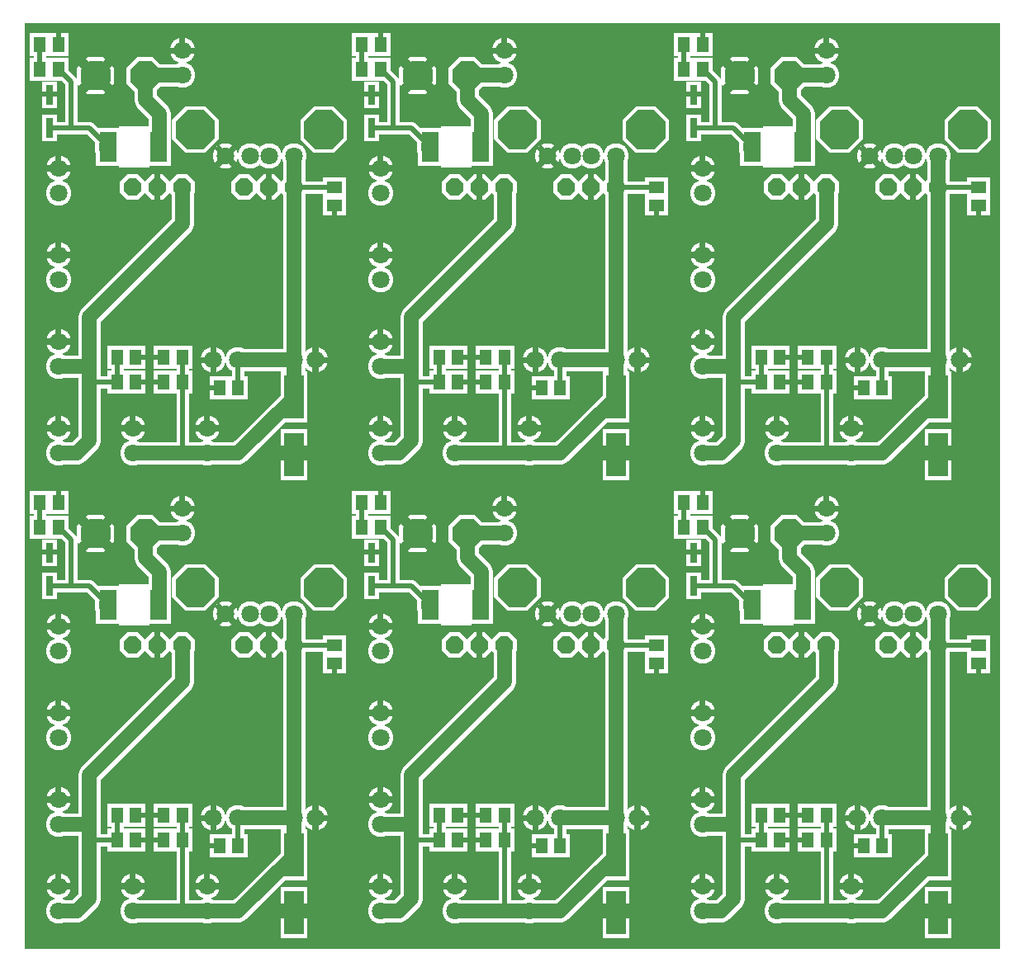
<source format=gbr>
%FSLAX34Y34*%
%MOMM*%
%LNCOPPER_TOP*%
G71*
G01*
%ADD10C, 2.60*%
%ADD11R, 2.58X3.95*%
%ADD12C, 2.30*%
%ADD13C, 2.60*%
%ADD14R, 2.10X2.40*%
%ADD15C, 1.30*%
%ADD16C, 0.50*%
%ADD17R, 2.40X2.10*%
%ADD18R, 2.80X4.80*%
%ADD19R, 2.80X5.30*%
%ADD20C, 1.50*%
%ADD21C, 0.10*%
%ADD22R, 1.60X2.80*%
%ADD23C, 1.00*%
%ADD24C, 0.60*%
%ADD25C, 1.80*%
%ADD26R, 1.78X3.15*%
%ADD27C, 1.80*%
%ADD28R, 1.30X1.60*%
%ADD29R, 1.60X1.30*%
%ADD30R, 2.00X4.00*%
%ADD31R, 2.00X4.50*%
%ADD32R, 0.80X2.00*%
%LPD*%
G36*
X0Y1000000D02*
X1000000Y1000000D01*
X1000000Y50000D01*
X0Y50000D01*
X0Y1000000D01*
G37*
%LPC*%
G36*
X142825Y938265D02*
X131710Y927150D01*
X115940Y927150D01*
X104825Y938265D01*
X104825Y954035D01*
X115940Y965150D01*
X131710Y965150D01*
X142825Y954035D01*
X142825Y938265D01*
G37*
G36*
X92025Y938265D02*
X80910Y927150D01*
X65140Y927150D01*
X54025Y938265D01*
X54025Y954035D01*
X65140Y965150D01*
X80910Y965150D01*
X92025Y954035D01*
X92025Y938265D01*
G37*
X34925Y825500D02*
G54D10*
D03*
X34925Y850900D02*
G54D10*
D03*
X34925Y736600D02*
G54D10*
D03*
X34925Y762000D02*
G54D10*
D03*
X34925Y647700D02*
G54D10*
D03*
X34925Y673100D02*
G54D10*
D03*
G36*
X54025Y954035D02*
X65140Y965150D01*
X80910Y965150D01*
X92025Y954035D01*
X92025Y938265D01*
X80910Y927150D01*
X65140Y927150D01*
X54025Y938265D01*
X54025Y954035D01*
G37*
X34925Y850900D02*
G54D10*
D03*
X34925Y762000D02*
G54D10*
D03*
X34925Y673100D02*
G54D10*
D03*
X206375Y863600D02*
G54D10*
D03*
G36*
X174925Y826455D02*
X167320Y818850D01*
X156530Y818850D01*
X148925Y826455D01*
X148925Y837245D01*
X156530Y844850D01*
X167320Y844850D01*
X174925Y837245D01*
X174925Y826455D01*
G37*
G36*
X149525Y826455D02*
X141920Y818850D01*
X131130Y818850D01*
X123525Y826455D01*
X123525Y837245D01*
X131130Y844850D01*
X141920Y844850D01*
X149525Y837245D01*
X149525Y826455D01*
G37*
G36*
X124125Y826455D02*
X116520Y818850D01*
X105730Y818850D01*
X98125Y826455D01*
X98125Y837245D01*
X105730Y844850D01*
X116520Y844850D01*
X124125Y837245D01*
X124125Y826455D01*
G37*
G36*
X289225Y826455D02*
X281620Y818850D01*
X270830Y818850D01*
X263225Y826455D01*
X263225Y837245D01*
X270830Y844850D01*
X281620Y844850D01*
X289225Y837245D01*
X289225Y826455D01*
G37*
G36*
X263825Y826455D02*
X256220Y818850D01*
X245430Y818850D01*
X237825Y826455D01*
X237825Y837245D01*
X245430Y844850D01*
X256220Y844850D01*
X263825Y837245D01*
X263825Y826455D01*
G37*
G36*
X238425Y826455D02*
X230820Y818850D01*
X220030Y818850D01*
X212425Y826455D01*
X212425Y837245D01*
X220030Y844850D01*
X230820Y844850D01*
X238425Y837245D01*
X238425Y826455D01*
G37*
G36*
X149525Y826455D02*
X141920Y818850D01*
X131130Y818850D01*
X123525Y826455D01*
X123525Y837245D01*
X131130Y844850D01*
X141920Y844850D01*
X149525Y837245D01*
X149525Y826455D01*
G37*
G36*
X263825Y826455D02*
X256220Y818850D01*
X245430Y818850D01*
X237825Y826455D01*
X237825Y837245D01*
X245430Y844850D01*
X256220Y844850D01*
X263825Y837245D01*
X263825Y826455D01*
G37*
X137716Y873125D02*
G54D11*
D03*
X85725Y873125D02*
G54D11*
D03*
G36*
X72725Y878520D02*
X80330Y886125D01*
X91120Y886125D01*
X98725Y878520D01*
X98725Y867730D01*
X91120Y860125D01*
X80330Y860125D01*
X72725Y867730D01*
X72725Y878520D01*
G37*
G54D12*
X123825Y946150D02*
X123825Y920750D01*
X138112Y906462D01*
X138112Y873522D01*
X137716Y873125D01*
X276225Y863600D02*
G54D10*
D03*
X251222Y863600D02*
G54D10*
D03*
X231378Y863600D02*
G54D10*
D03*
X206375Y863600D02*
G54D10*
D03*
G36*
X330983Y880627D02*
X316943Y866587D01*
X297023Y866587D01*
X282983Y880627D01*
X282983Y900547D01*
X297023Y914587D01*
X316943Y914587D01*
X330983Y900547D01*
X330983Y880627D01*
G37*
G36*
X199419Y880627D02*
X185379Y866587D01*
X165459Y866587D01*
X151419Y880627D01*
X151419Y900547D01*
X165459Y914587D01*
X185379Y914587D01*
X199419Y900547D01*
X199419Y880627D01*
G37*
X161925Y971550D02*
G54D13*
D03*
X161925Y946150D02*
G54D13*
D03*
G54D12*
X123825Y946150D02*
X161925Y946150D01*
X187325Y558800D02*
G54D10*
D03*
X187325Y584200D02*
G54D10*
D03*
X187325Y584200D02*
G54D10*
D03*
X34925Y558800D02*
G54D10*
D03*
X34925Y584200D02*
G54D10*
D03*
X34925Y584200D02*
G54D10*
D03*
G54D12*
X34925Y558800D02*
X53975Y558800D01*
X66675Y571500D01*
X66675Y647700D01*
X34925Y647700D01*
G54D12*
X276225Y831850D02*
X276225Y863600D01*
G54D12*
X66675Y647700D02*
X66675Y698500D01*
X161925Y793750D01*
X161925Y831850D01*
G54D12*
X276225Y831850D02*
X276025Y616150D01*
X15875Y952500D02*
G54D14*
D03*
X34875Y952500D02*
G54D14*
D03*
X15875Y977900D02*
G54D14*
D03*
X34875Y977900D02*
G54D14*
D03*
G54D15*
X15875Y952500D02*
X15875Y977900D01*
G54D16*
X34925Y977900D02*
X34925Y990600D01*
X142875Y657225D02*
G54D14*
D03*
X161875Y657225D02*
G54D14*
D03*
X142875Y631825D02*
G54D14*
D03*
X161875Y631825D02*
G54D14*
D03*
X95250Y631825D02*
G54D14*
D03*
X114250Y631825D02*
G54D14*
D03*
X193675Y654050D02*
G54D13*
D03*
X219075Y654050D02*
G54D13*
D03*
X95250Y657225D02*
G54D14*
D03*
X114250Y657225D02*
G54D14*
D03*
G54D12*
X222250Y654050D02*
X276225Y654050D01*
G54D15*
X95250Y631825D02*
X69850Y631825D01*
X66675Y635000D01*
G54D15*
X95250Y657225D02*
X95250Y631825D01*
G54D15*
X161875Y631825D02*
X161875Y657225D01*
G54D16*
X114250Y657225D02*
X142875Y657225D01*
G54D16*
X114250Y631825D02*
X142875Y631825D01*
X317475Y831825D02*
G54D17*
D03*
X317475Y812825D02*
G54D17*
D03*
G54D16*
X317475Y812825D02*
X317475Y800125D01*
G54D15*
X317475Y831825D02*
X276250Y831825D01*
X276225Y831850D01*
X111125Y558800D02*
G54D10*
D03*
X111125Y584200D02*
G54D10*
D03*
X111125Y584200D02*
G54D10*
D03*
G54D12*
X111125Y558800D02*
X187325Y558800D01*
G54D15*
X161875Y631825D02*
X161875Y558850D01*
X161925Y558800D01*
X276107Y559595D02*
G54D18*
D03*
X276107Y613570D02*
G54D18*
D03*
X276107Y557214D02*
G54D19*
D03*
X276107Y616348D02*
G54D19*
D03*
G54D12*
X276107Y616348D02*
X276107Y615832D01*
X219075Y558800D01*
X187325Y558800D01*
G54D20*
X263525Y558800D02*
X288925Y558800D01*
G36*
X96838Y893762D02*
X127000Y893762D01*
X127000Y852488D01*
X96838Y852488D01*
X96838Y893762D01*
G37*
G54D21*
X96838Y893762D02*
X127000Y893762D01*
X127000Y852488D01*
X96838Y852488D01*
X96838Y893762D01*
X200025Y625475D02*
G54D14*
D03*
X219025Y625475D02*
G54D14*
D03*
G54D16*
X190450Y625475D02*
X200025Y625475D01*
G54D15*
X219075Y625475D02*
X219075Y654050D01*
X25400Y892175D02*
G54D22*
D03*
X25400Y926505D02*
G54D22*
D03*
G54D15*
X25400Y892175D02*
X66675Y892175D01*
X85725Y873125D01*
G54D15*
X34875Y952500D02*
X34925Y952500D01*
X47625Y939800D01*
X47625Y892175D01*
G54D16*
X15875Y927100D02*
X34925Y927100D01*
X276225Y654050D02*
G54D13*
D03*
X298455Y654050D02*
G54D13*
D03*
G36*
X473025Y938265D02*
X461910Y927150D01*
X446140Y927150D01*
X435025Y938265D01*
X435025Y954035D01*
X446140Y965150D01*
X461910Y965150D01*
X473025Y954035D01*
X473025Y938265D01*
G37*
G36*
X422225Y938265D02*
X411110Y927150D01*
X395340Y927150D01*
X384225Y938265D01*
X384225Y954035D01*
X395340Y965150D01*
X411110Y965150D01*
X422225Y954035D01*
X422225Y938265D01*
G37*
X365125Y825500D02*
G54D10*
D03*
X365125Y850900D02*
G54D10*
D03*
X365125Y736600D02*
G54D10*
D03*
X365125Y762000D02*
G54D10*
D03*
X365125Y647700D02*
G54D10*
D03*
X365125Y673100D02*
G54D10*
D03*
G36*
X384225Y954035D02*
X395340Y965150D01*
X411110Y965150D01*
X422225Y954035D01*
X422225Y938265D01*
X411110Y927150D01*
X395340Y927150D01*
X384225Y938265D01*
X384225Y954035D01*
G37*
X365125Y850900D02*
G54D10*
D03*
X365125Y762000D02*
G54D10*
D03*
X365125Y673100D02*
G54D10*
D03*
X536575Y863600D02*
G54D10*
D03*
G36*
X505125Y826455D02*
X497520Y818850D01*
X486730Y818850D01*
X479125Y826455D01*
X479125Y837245D01*
X486730Y844850D01*
X497520Y844850D01*
X505125Y837245D01*
X505125Y826455D01*
G37*
G36*
X479725Y826455D02*
X472120Y818850D01*
X461330Y818850D01*
X453725Y826455D01*
X453725Y837245D01*
X461330Y844850D01*
X472120Y844850D01*
X479725Y837245D01*
X479725Y826455D01*
G37*
G36*
X454325Y826455D02*
X446720Y818850D01*
X435930Y818850D01*
X428325Y826455D01*
X428325Y837245D01*
X435930Y844850D01*
X446720Y844850D01*
X454325Y837245D01*
X454325Y826455D01*
G37*
G36*
X619425Y826455D02*
X611820Y818850D01*
X601030Y818850D01*
X593425Y826455D01*
X593425Y837245D01*
X601030Y844850D01*
X611820Y844850D01*
X619425Y837245D01*
X619425Y826455D01*
G37*
G36*
X594025Y826455D02*
X586420Y818850D01*
X575630Y818850D01*
X568025Y826455D01*
X568025Y837245D01*
X575630Y844850D01*
X586420Y844850D01*
X594025Y837245D01*
X594025Y826455D01*
G37*
G36*
X568625Y826455D02*
X561020Y818850D01*
X550230Y818850D01*
X542625Y826455D01*
X542625Y837245D01*
X550230Y844850D01*
X561020Y844850D01*
X568625Y837245D01*
X568625Y826455D01*
G37*
G36*
X479725Y826455D02*
X472120Y818850D01*
X461330Y818850D01*
X453725Y826455D01*
X453725Y837245D01*
X461330Y844850D01*
X472120Y844850D01*
X479725Y837245D01*
X479725Y826455D01*
G37*
G36*
X594025Y826455D02*
X586420Y818850D01*
X575630Y818850D01*
X568025Y826455D01*
X568025Y837245D01*
X575630Y844850D01*
X586420Y844850D01*
X594025Y837245D01*
X594025Y826455D01*
G37*
X467916Y873125D02*
G54D11*
D03*
X415925Y873125D02*
G54D11*
D03*
G36*
X402925Y878520D02*
X410530Y886125D01*
X421320Y886125D01*
X428925Y878520D01*
X428925Y867730D01*
X421320Y860125D01*
X410530Y860125D01*
X402925Y867730D01*
X402925Y878520D01*
G37*
G54D12*
X454025Y946150D02*
X454025Y920750D01*
X468312Y906462D01*
X468312Y873522D01*
X467916Y873125D01*
X606425Y863600D02*
G54D10*
D03*
X581422Y863600D02*
G54D10*
D03*
X561578Y863600D02*
G54D10*
D03*
X536575Y863600D02*
G54D10*
D03*
G36*
X661183Y880627D02*
X647143Y866587D01*
X627223Y866587D01*
X613183Y880627D01*
X613183Y900547D01*
X627223Y914587D01*
X647143Y914587D01*
X661183Y900547D01*
X661183Y880627D01*
G37*
G36*
X529619Y880627D02*
X515579Y866587D01*
X495659Y866587D01*
X481619Y880627D01*
X481619Y900547D01*
X495659Y914587D01*
X515579Y914587D01*
X529619Y900547D01*
X529619Y880627D01*
G37*
X492125Y971550D02*
G54D13*
D03*
X492125Y946150D02*
G54D13*
D03*
G54D12*
X454025Y946150D02*
X492125Y946150D01*
X517525Y558800D02*
G54D10*
D03*
X517525Y584200D02*
G54D10*
D03*
X517525Y584200D02*
G54D10*
D03*
X365125Y558800D02*
G54D10*
D03*
X365125Y584200D02*
G54D10*
D03*
X365125Y584200D02*
G54D10*
D03*
G54D12*
X365125Y558800D02*
X384175Y558800D01*
X396875Y571500D01*
X396875Y647700D01*
X365125Y647700D01*
G54D12*
X606425Y831850D02*
X606425Y863600D01*
G54D12*
X396875Y647700D02*
X396875Y698500D01*
X492125Y793750D01*
X492125Y831850D01*
G54D12*
X606425Y831850D02*
X606225Y616150D01*
X346075Y952500D02*
G54D14*
D03*
X365075Y952500D02*
G54D14*
D03*
X346075Y977900D02*
G54D14*
D03*
X365075Y977900D02*
G54D14*
D03*
G54D15*
X346075Y952500D02*
X346075Y977900D01*
G54D16*
X365125Y977900D02*
X365125Y990600D01*
X473075Y657225D02*
G54D14*
D03*
X492075Y657225D02*
G54D14*
D03*
X473075Y631825D02*
G54D14*
D03*
X492075Y631825D02*
G54D14*
D03*
X425450Y631825D02*
G54D14*
D03*
X444450Y631825D02*
G54D14*
D03*
X523875Y654050D02*
G54D13*
D03*
X549275Y654050D02*
G54D13*
D03*
X425450Y657225D02*
G54D14*
D03*
X444450Y657225D02*
G54D14*
D03*
G54D12*
X552450Y654050D02*
X606425Y654050D01*
G54D15*
X425450Y631825D02*
X400050Y631825D01*
X396875Y635000D01*
G54D15*
X425450Y657225D02*
X425450Y631825D01*
G54D15*
X492075Y631825D02*
X492075Y657225D01*
G54D16*
X444450Y657225D02*
X473075Y657225D01*
G54D16*
X444450Y631825D02*
X473075Y631825D01*
X647675Y831825D02*
G54D17*
D03*
X647675Y812825D02*
G54D17*
D03*
G54D16*
X647675Y812825D02*
X647675Y800125D01*
G54D15*
X647675Y831825D02*
X606450Y831825D01*
X606425Y831850D01*
X441325Y558800D02*
G54D10*
D03*
X441325Y584200D02*
G54D10*
D03*
X441325Y584200D02*
G54D10*
D03*
G54D12*
X441325Y558800D02*
X517525Y558800D01*
G54D15*
X492075Y631825D02*
X492075Y558850D01*
X492125Y558800D01*
X606307Y559595D02*
G54D18*
D03*
X606307Y613570D02*
G54D18*
D03*
X606307Y557214D02*
G54D19*
D03*
X606307Y616348D02*
G54D19*
D03*
G54D12*
X606307Y616348D02*
X606307Y615832D01*
X549275Y558800D01*
X517525Y558800D01*
G54D20*
X593725Y558800D02*
X619125Y558800D01*
G36*
X427038Y893762D02*
X457200Y893762D01*
X457200Y852488D01*
X427038Y852488D01*
X427038Y893762D01*
G37*
G54D21*
X427038Y893762D02*
X457200Y893762D01*
X457200Y852488D01*
X427038Y852488D01*
X427038Y893762D01*
X530225Y625475D02*
G54D14*
D03*
X549225Y625475D02*
G54D14*
D03*
G54D16*
X520650Y625475D02*
X530225Y625475D01*
G54D15*
X549275Y625475D02*
X549275Y654050D01*
X355600Y892175D02*
G54D22*
D03*
X355600Y926505D02*
G54D22*
D03*
G54D15*
X355600Y892175D02*
X396875Y892175D01*
X415925Y873125D01*
G54D15*
X365075Y952500D02*
X365125Y952500D01*
X377825Y939800D01*
X377825Y892175D01*
G54D16*
X346075Y927100D02*
X365125Y927100D01*
X606425Y654050D02*
G54D13*
D03*
X628655Y654050D02*
G54D13*
D03*
G36*
X803225Y938265D02*
X792110Y927150D01*
X776340Y927150D01*
X765225Y938265D01*
X765225Y954035D01*
X776340Y965150D01*
X792110Y965150D01*
X803225Y954035D01*
X803225Y938265D01*
G37*
G36*
X752425Y938265D02*
X741310Y927150D01*
X725540Y927150D01*
X714425Y938265D01*
X714425Y954035D01*
X725540Y965150D01*
X741310Y965150D01*
X752425Y954035D01*
X752425Y938265D01*
G37*
X695325Y825500D02*
G54D10*
D03*
X695325Y850900D02*
G54D10*
D03*
X695325Y736600D02*
G54D10*
D03*
X695325Y762000D02*
G54D10*
D03*
X695325Y647700D02*
G54D10*
D03*
X695325Y673100D02*
G54D10*
D03*
G36*
X714425Y954035D02*
X725540Y965150D01*
X741310Y965150D01*
X752425Y954035D01*
X752425Y938265D01*
X741310Y927150D01*
X725540Y927150D01*
X714425Y938265D01*
X714425Y954035D01*
G37*
X695325Y850900D02*
G54D10*
D03*
X695325Y762000D02*
G54D10*
D03*
X695325Y673100D02*
G54D10*
D03*
X866775Y863600D02*
G54D10*
D03*
G36*
X835325Y826455D02*
X827720Y818850D01*
X816930Y818850D01*
X809325Y826455D01*
X809325Y837245D01*
X816930Y844850D01*
X827720Y844850D01*
X835325Y837245D01*
X835325Y826455D01*
G37*
G36*
X809925Y826455D02*
X802320Y818850D01*
X791530Y818850D01*
X783925Y826455D01*
X783925Y837245D01*
X791530Y844850D01*
X802320Y844850D01*
X809925Y837245D01*
X809925Y826455D01*
G37*
G36*
X784525Y826455D02*
X776920Y818850D01*
X766130Y818850D01*
X758525Y826455D01*
X758525Y837245D01*
X766130Y844850D01*
X776920Y844850D01*
X784525Y837245D01*
X784525Y826455D01*
G37*
G36*
X949625Y826455D02*
X942020Y818850D01*
X931230Y818850D01*
X923625Y826455D01*
X923625Y837245D01*
X931230Y844850D01*
X942020Y844850D01*
X949625Y837245D01*
X949625Y826455D01*
G37*
G36*
X924225Y826455D02*
X916620Y818850D01*
X905830Y818850D01*
X898225Y826455D01*
X898225Y837245D01*
X905830Y844850D01*
X916620Y844850D01*
X924225Y837245D01*
X924225Y826455D01*
G37*
G36*
X898825Y826455D02*
X891220Y818850D01*
X880430Y818850D01*
X872825Y826455D01*
X872825Y837245D01*
X880430Y844850D01*
X891220Y844850D01*
X898825Y837245D01*
X898825Y826455D01*
G37*
G36*
X809925Y826455D02*
X802320Y818850D01*
X791530Y818850D01*
X783925Y826455D01*
X783925Y837245D01*
X791530Y844850D01*
X802320Y844850D01*
X809925Y837245D01*
X809925Y826455D01*
G37*
G36*
X924225Y826455D02*
X916620Y818850D01*
X905830Y818850D01*
X898225Y826455D01*
X898225Y837245D01*
X905830Y844850D01*
X916620Y844850D01*
X924225Y837245D01*
X924225Y826455D01*
G37*
X798116Y873125D02*
G54D11*
D03*
X746125Y873125D02*
G54D11*
D03*
G36*
X733125Y878520D02*
X740730Y886125D01*
X751520Y886125D01*
X759125Y878520D01*
X759125Y867730D01*
X751520Y860125D01*
X740730Y860125D01*
X733125Y867730D01*
X733125Y878520D01*
G37*
G54D12*
X784225Y946150D02*
X784225Y920750D01*
X798512Y906462D01*
X798512Y873522D01*
X798116Y873125D01*
X936625Y863600D02*
G54D10*
D03*
X911622Y863600D02*
G54D10*
D03*
X891778Y863600D02*
G54D10*
D03*
X866775Y863600D02*
G54D10*
D03*
G36*
X991383Y880627D02*
X977343Y866587D01*
X957423Y866587D01*
X943383Y880627D01*
X943383Y900547D01*
X957423Y914587D01*
X977343Y914587D01*
X991383Y900547D01*
X991383Y880627D01*
G37*
G36*
X859819Y880627D02*
X845779Y866587D01*
X825859Y866587D01*
X811819Y880627D01*
X811819Y900547D01*
X825859Y914587D01*
X845779Y914587D01*
X859819Y900547D01*
X859819Y880627D01*
G37*
X822325Y971550D02*
G54D13*
D03*
X822325Y946150D02*
G54D13*
D03*
G54D12*
X784225Y946150D02*
X822325Y946150D01*
X847725Y558800D02*
G54D10*
D03*
X847725Y584200D02*
G54D10*
D03*
X847725Y584200D02*
G54D10*
D03*
X695325Y558800D02*
G54D10*
D03*
X695325Y584200D02*
G54D10*
D03*
X695325Y584200D02*
G54D10*
D03*
G54D12*
X695325Y558800D02*
X714375Y558800D01*
X727075Y571500D01*
X727075Y647700D01*
X695325Y647700D01*
G54D12*
X936625Y831850D02*
X936625Y863600D01*
G54D12*
X727075Y647700D02*
X727075Y698500D01*
X822325Y793750D01*
X822325Y831850D01*
G54D12*
X936625Y831850D02*
X936425Y616150D01*
X676275Y952500D02*
G54D14*
D03*
X695275Y952500D02*
G54D14*
D03*
X676275Y977900D02*
G54D14*
D03*
X695275Y977900D02*
G54D14*
D03*
G54D15*
X676275Y952500D02*
X676275Y977900D01*
G54D16*
X695325Y977900D02*
X695325Y990600D01*
X803275Y657225D02*
G54D14*
D03*
X822275Y657225D02*
G54D14*
D03*
X803275Y631825D02*
G54D14*
D03*
X822275Y631825D02*
G54D14*
D03*
X755650Y631825D02*
G54D14*
D03*
X774650Y631825D02*
G54D14*
D03*
X854075Y654050D02*
G54D13*
D03*
X879475Y654050D02*
G54D13*
D03*
X755650Y657225D02*
G54D14*
D03*
X774650Y657225D02*
G54D14*
D03*
G54D12*
X882650Y654050D02*
X936625Y654050D01*
G54D15*
X755650Y631825D02*
X730250Y631825D01*
X727075Y635000D01*
G54D15*
X755650Y657225D02*
X755650Y631825D01*
G54D15*
X822275Y631825D02*
X822275Y657225D01*
G54D16*
X774650Y657225D02*
X803275Y657225D01*
G54D16*
X774650Y631825D02*
X803275Y631825D01*
X977875Y831825D02*
G54D17*
D03*
X977875Y812825D02*
G54D17*
D03*
G54D16*
X977875Y812825D02*
X977875Y800125D01*
G54D15*
X977875Y831825D02*
X936650Y831825D01*
X936625Y831850D01*
X771525Y558800D02*
G54D10*
D03*
X771525Y584200D02*
G54D10*
D03*
X771525Y584200D02*
G54D10*
D03*
G54D12*
X771525Y558800D02*
X847725Y558800D01*
G54D15*
X822275Y631825D02*
X822275Y558850D01*
X822325Y558800D01*
X936507Y559595D02*
G54D18*
D03*
X936507Y613570D02*
G54D18*
D03*
X936507Y557214D02*
G54D19*
D03*
X936507Y616348D02*
G54D19*
D03*
G54D12*
X936507Y616348D02*
X936507Y615832D01*
X879475Y558800D01*
X847725Y558800D01*
G54D20*
X923925Y558800D02*
X949325Y558800D01*
G36*
X757238Y893762D02*
X787400Y893762D01*
X787400Y852488D01*
X757238Y852488D01*
X757238Y893762D01*
G37*
G54D21*
X757238Y893762D02*
X787400Y893762D01*
X787400Y852488D01*
X757238Y852488D01*
X757238Y893762D01*
X860425Y625475D02*
G54D14*
D03*
X879425Y625475D02*
G54D14*
D03*
G54D16*
X850850Y625475D02*
X860425Y625475D01*
G54D15*
X879475Y625475D02*
X879475Y654050D01*
X685800Y892175D02*
G54D22*
D03*
X685800Y926505D02*
G54D22*
D03*
G54D15*
X685800Y892175D02*
X727075Y892175D01*
X746125Y873125D01*
G54D15*
X695275Y952500D02*
X695325Y952500D01*
X708025Y939800D01*
X708025Y892175D01*
G54D16*
X676275Y927100D02*
X695325Y927100D01*
X936625Y654050D02*
G54D13*
D03*
X958855Y654050D02*
G54D13*
D03*
G36*
X142825Y468365D02*
X131710Y457250D01*
X115940Y457250D01*
X104825Y468365D01*
X104825Y484135D01*
X115940Y495250D01*
X131710Y495250D01*
X142825Y484135D01*
X142825Y468365D01*
G37*
G36*
X92025Y468365D02*
X80910Y457250D01*
X65140Y457250D01*
X54025Y468365D01*
X54025Y484135D01*
X65140Y495250D01*
X80910Y495250D01*
X92025Y484135D01*
X92025Y468365D01*
G37*
X34925Y355600D02*
G54D10*
D03*
X34925Y381000D02*
G54D10*
D03*
X34925Y266700D02*
G54D10*
D03*
X34925Y292100D02*
G54D10*
D03*
X34925Y177800D02*
G54D10*
D03*
X34925Y203200D02*
G54D10*
D03*
G36*
X54025Y484135D02*
X65140Y495250D01*
X80910Y495250D01*
X92025Y484135D01*
X92025Y468365D01*
X80910Y457250D01*
X65140Y457250D01*
X54025Y468365D01*
X54025Y484135D01*
G37*
X34925Y381000D02*
G54D10*
D03*
X34925Y292100D02*
G54D10*
D03*
X34925Y203200D02*
G54D10*
D03*
X206375Y393700D02*
G54D10*
D03*
G36*
X174925Y356555D02*
X167320Y348950D01*
X156530Y348950D01*
X148925Y356555D01*
X148925Y367345D01*
X156530Y374950D01*
X167320Y374950D01*
X174925Y367345D01*
X174925Y356555D01*
G37*
G36*
X149525Y356555D02*
X141920Y348950D01*
X131130Y348950D01*
X123525Y356555D01*
X123525Y367345D01*
X131130Y374950D01*
X141920Y374950D01*
X149525Y367345D01*
X149525Y356555D01*
G37*
G36*
X124125Y356555D02*
X116520Y348950D01*
X105730Y348950D01*
X98125Y356555D01*
X98125Y367345D01*
X105730Y374950D01*
X116520Y374950D01*
X124125Y367345D01*
X124125Y356555D01*
G37*
G36*
X289225Y356555D02*
X281620Y348950D01*
X270830Y348950D01*
X263225Y356555D01*
X263225Y367345D01*
X270830Y374950D01*
X281620Y374950D01*
X289225Y367345D01*
X289225Y356555D01*
G37*
G36*
X263825Y356555D02*
X256220Y348950D01*
X245430Y348950D01*
X237825Y356555D01*
X237825Y367345D01*
X245430Y374950D01*
X256220Y374950D01*
X263825Y367345D01*
X263825Y356555D01*
G37*
G36*
X238425Y356555D02*
X230820Y348950D01*
X220030Y348950D01*
X212425Y356555D01*
X212425Y367345D01*
X220030Y374950D01*
X230820Y374950D01*
X238425Y367345D01*
X238425Y356555D01*
G37*
G36*
X149525Y356555D02*
X141920Y348950D01*
X131130Y348950D01*
X123525Y356555D01*
X123525Y367345D01*
X131130Y374950D01*
X141920Y374950D01*
X149525Y367345D01*
X149525Y356555D01*
G37*
G36*
X263825Y356555D02*
X256220Y348950D01*
X245430Y348950D01*
X237825Y356555D01*
X237825Y367345D01*
X245430Y374950D01*
X256220Y374950D01*
X263825Y367345D01*
X263825Y356555D01*
G37*
X137716Y403225D02*
G54D11*
D03*
X85725Y403225D02*
G54D11*
D03*
G36*
X72725Y408620D02*
X80330Y416225D01*
X91120Y416225D01*
X98725Y408620D01*
X98725Y397830D01*
X91120Y390225D01*
X80330Y390225D01*
X72725Y397830D01*
X72725Y408620D01*
G37*
G54D12*
X123825Y476250D02*
X123825Y450850D01*
X138112Y436562D01*
X138112Y403622D01*
X137716Y403225D01*
X276225Y393700D02*
G54D10*
D03*
X251222Y393700D02*
G54D10*
D03*
X231378Y393700D02*
G54D10*
D03*
X206375Y393700D02*
G54D10*
D03*
G36*
X330983Y410728D02*
X316943Y396688D01*
X297023Y396688D01*
X282983Y410728D01*
X282983Y430648D01*
X297023Y444688D01*
X316943Y444688D01*
X330983Y430648D01*
X330983Y410728D01*
G37*
G36*
X199419Y410727D02*
X185379Y396687D01*
X165459Y396687D01*
X151419Y410727D01*
X151419Y430647D01*
X165459Y444687D01*
X185379Y444687D01*
X199419Y430647D01*
X199419Y410727D01*
G37*
X161925Y501650D02*
G54D13*
D03*
X161925Y476250D02*
G54D13*
D03*
G54D12*
X123825Y476250D02*
X161925Y476250D01*
X187325Y88900D02*
G54D10*
D03*
X187325Y114300D02*
G54D10*
D03*
X187325Y114300D02*
G54D10*
D03*
X34925Y88900D02*
G54D10*
D03*
X34925Y114300D02*
G54D10*
D03*
X34925Y114300D02*
G54D10*
D03*
G54D12*
X34925Y88900D02*
X53975Y88900D01*
X66675Y101600D01*
X66675Y177800D01*
X34925Y177800D01*
G54D12*
X276225Y361950D02*
X276225Y393700D01*
G54D12*
X66675Y177800D02*
X66675Y228600D01*
X161925Y323850D01*
X161925Y361950D01*
G54D12*
X276225Y361950D02*
X276025Y146250D01*
X15875Y482600D02*
G54D14*
D03*
X34875Y482600D02*
G54D14*
D03*
X15875Y508000D02*
G54D14*
D03*
X34875Y508000D02*
G54D14*
D03*
G54D15*
X15875Y482600D02*
X15875Y508000D01*
G54D16*
X34925Y508000D02*
X34925Y520700D01*
X142875Y187325D02*
G54D14*
D03*
X161875Y187325D02*
G54D14*
D03*
X142875Y161925D02*
G54D14*
D03*
X161875Y161925D02*
G54D14*
D03*
X95250Y161925D02*
G54D14*
D03*
X114250Y161925D02*
G54D14*
D03*
X193675Y184150D02*
G54D13*
D03*
X219075Y184150D02*
G54D13*
D03*
X95250Y187325D02*
G54D14*
D03*
X114250Y187325D02*
G54D14*
D03*
G54D12*
X222250Y184150D02*
X276225Y184150D01*
G54D15*
X95250Y161925D02*
X69850Y161925D01*
X66675Y165100D01*
G54D15*
X95250Y187325D02*
X95250Y161925D01*
G54D15*
X161875Y161925D02*
X161875Y187325D01*
G54D16*
X114250Y187325D02*
X142875Y187325D01*
G54D16*
X114250Y161925D02*
X142875Y161925D01*
X317475Y361925D02*
G54D17*
D03*
X317475Y342925D02*
G54D17*
D03*
G54D16*
X317475Y342925D02*
X317475Y330225D01*
G54D15*
X317475Y361925D02*
X276250Y361925D01*
X276225Y361950D01*
X111125Y88900D02*
G54D10*
D03*
X111125Y114300D02*
G54D10*
D03*
X111125Y114300D02*
G54D10*
D03*
G54D12*
X111125Y88900D02*
X187325Y88900D01*
G54D15*
X161875Y161925D02*
X161875Y88950D01*
X161925Y88900D01*
X276107Y89695D02*
G54D18*
D03*
X276107Y143670D02*
G54D18*
D03*
X276107Y87314D02*
G54D19*
D03*
X276107Y146448D02*
G54D19*
D03*
G54D12*
X276107Y146448D02*
X276107Y145932D01*
X219075Y88900D01*
X187325Y88900D01*
G54D20*
X263525Y88900D02*
X288925Y88900D01*
G36*
X96838Y423862D02*
X127000Y423862D01*
X127000Y382588D01*
X96838Y382588D01*
X96838Y423862D01*
G37*
G54D21*
X96838Y423862D02*
X127000Y423862D01*
X127000Y382588D01*
X96838Y382588D01*
X96838Y423862D01*
X200025Y155575D02*
G54D14*
D03*
X219025Y155575D02*
G54D14*
D03*
G54D16*
X190450Y155575D02*
X200025Y155575D01*
G54D15*
X219075Y155575D02*
X219075Y184150D01*
X25400Y422275D02*
G54D22*
D03*
X25400Y456605D02*
G54D22*
D03*
G54D15*
X25400Y422275D02*
X66675Y422275D01*
X85725Y403225D01*
G54D15*
X34875Y482600D02*
X34925Y482600D01*
X47625Y469900D01*
X47625Y422275D01*
G54D16*
X15875Y457200D02*
X34925Y457200D01*
X276225Y184150D02*
G54D13*
D03*
X298455Y184150D02*
G54D13*
D03*
G36*
X473025Y468365D02*
X461910Y457250D01*
X446140Y457250D01*
X435025Y468365D01*
X435025Y484135D01*
X446140Y495250D01*
X461910Y495250D01*
X473025Y484135D01*
X473025Y468365D01*
G37*
G36*
X422225Y468365D02*
X411110Y457250D01*
X395340Y457250D01*
X384225Y468365D01*
X384225Y484135D01*
X395340Y495250D01*
X411110Y495250D01*
X422225Y484135D01*
X422225Y468365D01*
G37*
X365125Y355600D02*
G54D10*
D03*
X365125Y381000D02*
G54D10*
D03*
X365125Y266700D02*
G54D10*
D03*
X365125Y292100D02*
G54D10*
D03*
X365125Y177800D02*
G54D10*
D03*
X365125Y203200D02*
G54D10*
D03*
G36*
X384225Y484135D02*
X395340Y495250D01*
X411110Y495250D01*
X422225Y484135D01*
X422225Y468365D01*
X411110Y457250D01*
X395340Y457250D01*
X384225Y468365D01*
X384225Y484135D01*
G37*
X365125Y381000D02*
G54D10*
D03*
X365125Y292100D02*
G54D10*
D03*
X365125Y203200D02*
G54D10*
D03*
X536575Y393700D02*
G54D10*
D03*
G36*
X505125Y356555D02*
X497520Y348950D01*
X486730Y348950D01*
X479125Y356555D01*
X479125Y367345D01*
X486730Y374950D01*
X497520Y374950D01*
X505125Y367345D01*
X505125Y356555D01*
G37*
G36*
X479725Y356555D02*
X472120Y348950D01*
X461330Y348950D01*
X453725Y356555D01*
X453725Y367345D01*
X461330Y374950D01*
X472120Y374950D01*
X479725Y367345D01*
X479725Y356555D01*
G37*
G36*
X454325Y356555D02*
X446720Y348950D01*
X435930Y348950D01*
X428325Y356555D01*
X428325Y367345D01*
X435930Y374950D01*
X446720Y374950D01*
X454325Y367345D01*
X454325Y356555D01*
G37*
G36*
X619425Y356555D02*
X611820Y348950D01*
X601030Y348950D01*
X593425Y356555D01*
X593425Y367345D01*
X601030Y374950D01*
X611820Y374950D01*
X619425Y367345D01*
X619425Y356555D01*
G37*
G36*
X594025Y356555D02*
X586420Y348950D01*
X575630Y348950D01*
X568025Y356555D01*
X568025Y367345D01*
X575630Y374950D01*
X586420Y374950D01*
X594025Y367345D01*
X594025Y356555D01*
G37*
G36*
X568625Y356555D02*
X561020Y348950D01*
X550230Y348950D01*
X542625Y356555D01*
X542625Y367345D01*
X550230Y374950D01*
X561020Y374950D01*
X568625Y367345D01*
X568625Y356555D01*
G37*
G36*
X479725Y356555D02*
X472120Y348950D01*
X461330Y348950D01*
X453725Y356555D01*
X453725Y367345D01*
X461330Y374950D01*
X472120Y374950D01*
X479725Y367345D01*
X479725Y356555D01*
G37*
G36*
X594025Y356555D02*
X586420Y348950D01*
X575630Y348950D01*
X568025Y356555D01*
X568025Y367345D01*
X575630Y374950D01*
X586420Y374950D01*
X594025Y367345D01*
X594025Y356555D01*
G37*
X467916Y403225D02*
G54D11*
D03*
X415925Y403225D02*
G54D11*
D03*
G36*
X402925Y408620D02*
X410530Y416225D01*
X421320Y416225D01*
X428925Y408620D01*
X428925Y397830D01*
X421320Y390225D01*
X410530Y390225D01*
X402925Y397830D01*
X402925Y408620D01*
G37*
G54D12*
X454025Y476250D02*
X454025Y450850D01*
X468312Y436562D01*
X468312Y403622D01*
X467916Y403225D01*
X606425Y393700D02*
G54D10*
D03*
X581422Y393700D02*
G54D10*
D03*
X561578Y393700D02*
G54D10*
D03*
X536575Y393700D02*
G54D10*
D03*
G36*
X661183Y410728D02*
X647143Y396688D01*
X627223Y396688D01*
X613183Y410728D01*
X613183Y430648D01*
X627223Y444688D01*
X647143Y444688D01*
X661183Y430648D01*
X661183Y410728D01*
G37*
G36*
X529619Y410727D02*
X515579Y396687D01*
X495659Y396687D01*
X481619Y410727D01*
X481619Y430647D01*
X495659Y444687D01*
X515579Y444687D01*
X529619Y430647D01*
X529619Y410727D01*
G37*
X492125Y501650D02*
G54D13*
D03*
X492125Y476250D02*
G54D13*
D03*
G54D12*
X454025Y476250D02*
X492125Y476250D01*
X517525Y88900D02*
G54D10*
D03*
X517525Y114300D02*
G54D10*
D03*
X517525Y114300D02*
G54D10*
D03*
X365125Y88900D02*
G54D10*
D03*
X365125Y114300D02*
G54D10*
D03*
X365125Y114300D02*
G54D10*
D03*
G54D12*
X365125Y88900D02*
X384175Y88900D01*
X396875Y101600D01*
X396875Y177800D01*
X365125Y177800D01*
G54D12*
X606425Y361950D02*
X606425Y393700D01*
G54D12*
X396875Y177800D02*
X396875Y228600D01*
X492125Y323850D01*
X492125Y361950D01*
G54D12*
X606425Y361950D02*
X606225Y146250D01*
X346075Y482600D02*
G54D14*
D03*
X365075Y482600D02*
G54D14*
D03*
X346075Y508000D02*
G54D14*
D03*
X365075Y508000D02*
G54D14*
D03*
G54D15*
X346075Y482600D02*
X346075Y508000D01*
G54D16*
X365125Y508000D02*
X365125Y520700D01*
X473075Y187325D02*
G54D14*
D03*
X492075Y187325D02*
G54D14*
D03*
X473075Y161925D02*
G54D14*
D03*
X492075Y161925D02*
G54D14*
D03*
X425450Y161925D02*
G54D14*
D03*
X444450Y161925D02*
G54D14*
D03*
X523875Y184150D02*
G54D13*
D03*
X549275Y184150D02*
G54D13*
D03*
X425450Y187325D02*
G54D14*
D03*
X444450Y187325D02*
G54D14*
D03*
G54D12*
X552450Y184150D02*
X606425Y184150D01*
G54D15*
X425450Y161925D02*
X400050Y161925D01*
X396875Y165100D01*
G54D15*
X425450Y187325D02*
X425450Y161925D01*
G54D15*
X492075Y161925D02*
X492075Y187325D01*
G54D16*
X444450Y187325D02*
X473075Y187325D01*
G54D16*
X444450Y161925D02*
X473075Y161925D01*
X647675Y361925D02*
G54D17*
D03*
X647675Y342925D02*
G54D17*
D03*
G54D16*
X647675Y342925D02*
X647675Y330225D01*
G54D15*
X647675Y361925D02*
X606450Y361925D01*
X606425Y361950D01*
X441325Y88900D02*
G54D10*
D03*
X441325Y114300D02*
G54D10*
D03*
X441325Y114300D02*
G54D10*
D03*
G54D12*
X441325Y88900D02*
X517525Y88900D01*
G54D15*
X492075Y161925D02*
X492075Y88950D01*
X492125Y88900D01*
X606307Y89695D02*
G54D18*
D03*
X606307Y143670D02*
G54D18*
D03*
X606307Y87314D02*
G54D19*
D03*
X606307Y146448D02*
G54D19*
D03*
G54D12*
X606307Y146448D02*
X606307Y145932D01*
X549275Y88900D01*
X517525Y88900D01*
G54D20*
X593725Y88900D02*
X619125Y88900D01*
G36*
X427038Y423862D02*
X457200Y423862D01*
X457200Y382588D01*
X427038Y382588D01*
X427038Y423862D01*
G37*
G54D21*
X427038Y423862D02*
X457200Y423862D01*
X457200Y382588D01*
X427038Y382588D01*
X427038Y423862D01*
X530225Y155575D02*
G54D14*
D03*
X549225Y155575D02*
G54D14*
D03*
G54D16*
X520650Y155575D02*
X530225Y155575D01*
G54D15*
X549275Y155575D02*
X549275Y184150D01*
X355600Y422275D02*
G54D22*
D03*
X355600Y456605D02*
G54D22*
D03*
G54D15*
X355600Y422275D02*
X396875Y422275D01*
X415925Y403225D01*
G54D15*
X365075Y482600D02*
X365125Y482600D01*
X377825Y469900D01*
X377825Y422275D01*
G54D16*
X346075Y457200D02*
X365125Y457200D01*
X606425Y184150D02*
G54D13*
D03*
X628655Y184150D02*
G54D13*
D03*
G36*
X803225Y468365D02*
X792110Y457250D01*
X776340Y457250D01*
X765225Y468365D01*
X765225Y484135D01*
X776340Y495250D01*
X792110Y495250D01*
X803225Y484135D01*
X803225Y468365D01*
G37*
G36*
X752425Y468365D02*
X741310Y457250D01*
X725540Y457250D01*
X714425Y468365D01*
X714425Y484135D01*
X725540Y495250D01*
X741310Y495250D01*
X752425Y484135D01*
X752425Y468365D01*
G37*
X695325Y355600D02*
G54D10*
D03*
X695325Y381000D02*
G54D10*
D03*
X695325Y266700D02*
G54D10*
D03*
X695325Y292100D02*
G54D10*
D03*
X695325Y177800D02*
G54D10*
D03*
X695325Y203200D02*
G54D10*
D03*
G36*
X714425Y484135D02*
X725540Y495250D01*
X741310Y495250D01*
X752425Y484135D01*
X752425Y468365D01*
X741310Y457250D01*
X725540Y457250D01*
X714425Y468365D01*
X714425Y484135D01*
G37*
X695325Y381000D02*
G54D10*
D03*
X695325Y292100D02*
G54D10*
D03*
X695325Y203200D02*
G54D10*
D03*
X866775Y393700D02*
G54D10*
D03*
G36*
X835325Y356555D02*
X827720Y348950D01*
X816930Y348950D01*
X809325Y356555D01*
X809325Y367345D01*
X816930Y374950D01*
X827720Y374950D01*
X835325Y367345D01*
X835325Y356555D01*
G37*
G36*
X809925Y356555D02*
X802320Y348950D01*
X791530Y348950D01*
X783925Y356555D01*
X783925Y367345D01*
X791530Y374950D01*
X802320Y374950D01*
X809925Y367345D01*
X809925Y356555D01*
G37*
G36*
X784525Y356555D02*
X776920Y348950D01*
X766130Y348950D01*
X758525Y356555D01*
X758525Y367345D01*
X766130Y374950D01*
X776920Y374950D01*
X784525Y367345D01*
X784525Y356555D01*
G37*
G36*
X949625Y356555D02*
X942020Y348950D01*
X931230Y348950D01*
X923625Y356555D01*
X923625Y367345D01*
X931230Y374950D01*
X942020Y374950D01*
X949625Y367345D01*
X949625Y356555D01*
G37*
G36*
X924225Y356555D02*
X916620Y348950D01*
X905830Y348950D01*
X898225Y356555D01*
X898225Y367345D01*
X905830Y374950D01*
X916620Y374950D01*
X924225Y367345D01*
X924225Y356555D01*
G37*
G36*
X898825Y356555D02*
X891220Y348950D01*
X880430Y348950D01*
X872825Y356555D01*
X872825Y367345D01*
X880430Y374950D01*
X891220Y374950D01*
X898825Y367345D01*
X898825Y356555D01*
G37*
G36*
X809925Y356555D02*
X802320Y348950D01*
X791530Y348950D01*
X783925Y356555D01*
X783925Y367345D01*
X791530Y374950D01*
X802320Y374950D01*
X809925Y367345D01*
X809925Y356555D01*
G37*
G36*
X924225Y356555D02*
X916620Y348950D01*
X905830Y348950D01*
X898225Y356555D01*
X898225Y367345D01*
X905830Y374950D01*
X916620Y374950D01*
X924225Y367345D01*
X924225Y356555D01*
G37*
X798116Y403225D02*
G54D11*
D03*
X746125Y403225D02*
G54D11*
D03*
G36*
X733125Y408620D02*
X740730Y416225D01*
X751520Y416225D01*
X759125Y408620D01*
X759125Y397830D01*
X751520Y390225D01*
X740730Y390225D01*
X733125Y397830D01*
X733125Y408620D01*
G37*
G54D12*
X784225Y476250D02*
X784225Y450850D01*
X798512Y436562D01*
X798512Y403622D01*
X798116Y403225D01*
X936625Y393700D02*
G54D10*
D03*
X911622Y393700D02*
G54D10*
D03*
X891778Y393700D02*
G54D10*
D03*
X866775Y393700D02*
G54D10*
D03*
G36*
X991383Y410728D02*
X977343Y396688D01*
X957423Y396688D01*
X943383Y410728D01*
X943383Y430648D01*
X957423Y444688D01*
X977343Y444688D01*
X991383Y430648D01*
X991383Y410728D01*
G37*
G36*
X859819Y410727D02*
X845779Y396687D01*
X825859Y396687D01*
X811819Y410727D01*
X811819Y430647D01*
X825859Y444687D01*
X845779Y444687D01*
X859819Y430647D01*
X859819Y410727D01*
G37*
X822325Y501650D02*
G54D13*
D03*
X822325Y476250D02*
G54D13*
D03*
G54D12*
X784225Y476250D02*
X822325Y476250D01*
X847725Y88900D02*
G54D10*
D03*
X847725Y114300D02*
G54D10*
D03*
X847725Y114300D02*
G54D10*
D03*
X695325Y88900D02*
G54D10*
D03*
X695325Y114300D02*
G54D10*
D03*
X695325Y114300D02*
G54D10*
D03*
G54D12*
X695325Y88900D02*
X714375Y88900D01*
X727075Y101600D01*
X727075Y177800D01*
X695325Y177800D01*
G54D12*
X936625Y361950D02*
X936625Y393700D01*
G54D12*
X727075Y177800D02*
X727075Y228600D01*
X822325Y323850D01*
X822325Y361950D01*
G54D12*
X936625Y361950D02*
X936425Y146250D01*
X676275Y482600D02*
G54D14*
D03*
X695275Y482600D02*
G54D14*
D03*
X676275Y508000D02*
G54D14*
D03*
X695275Y508000D02*
G54D14*
D03*
G54D15*
X676275Y482600D02*
X676275Y508000D01*
G54D16*
X695325Y508000D02*
X695325Y520700D01*
X803275Y187325D02*
G54D14*
D03*
X822275Y187325D02*
G54D14*
D03*
X803275Y161925D02*
G54D14*
D03*
X822275Y161925D02*
G54D14*
D03*
X755650Y161925D02*
G54D14*
D03*
X774650Y161925D02*
G54D14*
D03*
X854075Y184150D02*
G54D13*
D03*
X879475Y184150D02*
G54D13*
D03*
X755650Y187325D02*
G54D14*
D03*
X774650Y187325D02*
G54D14*
D03*
G54D12*
X882650Y184150D02*
X936625Y184150D01*
G54D15*
X755650Y161925D02*
X730250Y161925D01*
X727075Y165100D01*
G54D15*
X755650Y187325D02*
X755650Y161925D01*
G54D15*
X822275Y161925D02*
X822275Y187325D01*
G54D16*
X774650Y187325D02*
X803275Y187325D01*
G54D16*
X774650Y161925D02*
X803275Y161925D01*
X977875Y361925D02*
G54D17*
D03*
X977875Y342925D02*
G54D17*
D03*
G54D16*
X977875Y342925D02*
X977875Y330225D01*
G54D15*
X977875Y361925D02*
X936650Y361925D01*
X936625Y361950D01*
X771525Y88900D02*
G54D10*
D03*
X771525Y114300D02*
G54D10*
D03*
X771525Y114300D02*
G54D10*
D03*
G54D12*
X771525Y88900D02*
X847725Y88900D01*
G54D15*
X822275Y161925D02*
X822275Y88950D01*
X822325Y88900D01*
X936507Y89695D02*
G54D18*
D03*
X936507Y143670D02*
G54D18*
D03*
X936507Y87314D02*
G54D19*
D03*
X936507Y146448D02*
G54D19*
D03*
G54D12*
X936507Y146448D02*
X936507Y145932D01*
X879475Y88900D01*
X847725Y88900D01*
G54D20*
X923925Y88900D02*
X949325Y88900D01*
G36*
X757238Y423862D02*
X787400Y423862D01*
X787400Y382588D01*
X757238Y382588D01*
X757238Y423862D01*
G37*
G54D21*
X757238Y423862D02*
X787400Y423862D01*
X787400Y382588D01*
X757238Y382588D01*
X757238Y423862D01*
X860425Y155575D02*
G54D14*
D03*
X879425Y155575D02*
G54D14*
D03*
G54D16*
X850850Y155575D02*
X860425Y155575D01*
G54D15*
X879475Y155575D02*
X879475Y184150D01*
X685800Y422275D02*
G54D22*
D03*
X685800Y456605D02*
G54D22*
D03*
G54D15*
X685800Y422275D02*
X727075Y422275D01*
X746125Y403225D01*
G54D15*
X695275Y482600D02*
X695325Y482600D01*
X708025Y469900D01*
X708025Y422275D01*
G54D16*
X676275Y457200D02*
X695325Y457200D01*
X936625Y184150D02*
G54D13*
D03*
X958855Y184150D02*
G54D13*
D03*
%LPD*%
G54D23*
G36*
X69489Y949686D02*
X83278Y963474D01*
X90349Y956403D01*
X76561Y942614D01*
X69489Y949686D01*
G37*
G36*
X76561Y949686D02*
X90349Y935897D01*
X83278Y928826D01*
X69489Y942614D01*
X76561Y949686D01*
G37*
G36*
X76561Y942614D02*
X62772Y928826D01*
X55701Y935897D01*
X69489Y949686D01*
X76561Y942614D01*
G37*
G36*
X69489Y942614D02*
X55701Y956403D01*
X62772Y963474D01*
X76561Y949686D01*
X69489Y942614D01*
G37*
G54D24*
G36*
X31925Y850900D02*
X31925Y864400D01*
X37925Y864400D01*
X37925Y850900D01*
X31925Y850900D01*
G37*
G36*
X34925Y853900D02*
X48425Y853900D01*
X48425Y847900D01*
X34925Y847900D01*
X34925Y853900D01*
G37*
G36*
X34925Y847900D02*
X21425Y847900D01*
X21425Y853900D01*
X34925Y853900D01*
X34925Y847900D01*
G37*
G54D24*
G36*
X31925Y762000D02*
X31925Y775500D01*
X37925Y775500D01*
X37925Y762000D01*
X31925Y762000D01*
G37*
G36*
X34925Y765000D02*
X48425Y765000D01*
X48425Y759000D01*
X34925Y759000D01*
X34925Y765000D01*
G37*
G36*
X34925Y759000D02*
X21425Y759000D01*
X21425Y765000D01*
X34925Y765000D01*
X34925Y759000D01*
G37*
G54D24*
G36*
X31925Y673100D02*
X31925Y686600D01*
X37925Y686600D01*
X37925Y673100D01*
X31925Y673100D01*
G37*
G36*
X34925Y676100D02*
X48425Y676100D01*
X48425Y670100D01*
X34925Y670100D01*
X34925Y676100D01*
G37*
G36*
X34925Y670100D02*
X21425Y670100D01*
X21425Y676100D01*
X34925Y676100D01*
X34925Y670100D01*
G37*
G54D24*
G36*
X204254Y865721D02*
X213800Y875267D01*
X218042Y871025D01*
X208496Y861479D01*
X204254Y865721D01*
G37*
G36*
X208496Y865721D02*
X218042Y856175D01*
X213800Y851933D01*
X204254Y861479D01*
X208496Y865721D01*
G37*
G36*
X208496Y861479D02*
X198950Y851933D01*
X194708Y856175D01*
X204254Y865721D01*
X208496Y861479D01*
G37*
G36*
X204254Y861479D02*
X194708Y871025D01*
X198950Y875267D01*
X208496Y865721D01*
X204254Y861479D01*
G37*
G54D24*
G36*
X139525Y831850D02*
X139525Y818350D01*
X133525Y818350D01*
X133525Y831850D01*
X139525Y831850D01*
G37*
G36*
X133525Y831850D02*
X133525Y845350D01*
X139525Y845350D01*
X139525Y831850D01*
X133525Y831850D01*
G37*
G54D24*
G36*
X253825Y831850D02*
X253825Y818350D01*
X247825Y818350D01*
X247825Y831850D01*
X253825Y831850D01*
G37*
G36*
X247825Y831850D02*
X247825Y845350D01*
X253825Y845350D01*
X253825Y831850D01*
X247825Y831850D01*
G37*
G54D24*
G36*
X158925Y971550D02*
X158925Y985050D01*
X164925Y985050D01*
X164925Y971550D01*
X158925Y971550D01*
G37*
G36*
X161925Y974550D02*
X175425Y974550D01*
X175425Y968550D01*
X161925Y968550D01*
X161925Y974550D01*
G37*
G36*
X161925Y968550D02*
X148425Y968550D01*
X148425Y974550D01*
X161925Y974550D01*
X161925Y968550D01*
G37*
G54D24*
G36*
X184325Y584200D02*
X184325Y597700D01*
X190325Y597700D01*
X190325Y584200D01*
X184325Y584200D01*
G37*
G36*
X187325Y587200D02*
X200825Y587200D01*
X200825Y581200D01*
X187325Y581200D01*
X187325Y587200D01*
G37*
G36*
X187325Y581200D02*
X173825Y581200D01*
X173825Y587200D01*
X187325Y587200D01*
X187325Y581200D01*
G37*
G54D24*
G36*
X31925Y584200D02*
X31925Y597700D01*
X37925Y597700D01*
X37925Y584200D01*
X31925Y584200D01*
G37*
G36*
X34925Y587200D02*
X48425Y587200D01*
X48425Y581200D01*
X34925Y581200D01*
X34925Y587200D01*
G37*
G36*
X34925Y581200D02*
X21425Y581200D01*
X21425Y587200D01*
X34925Y587200D01*
X34925Y581200D01*
G37*
G54D24*
G36*
X190675Y654050D02*
X190675Y667550D01*
X196675Y667550D01*
X196675Y654050D01*
X190675Y654050D01*
G37*
G36*
X196675Y654050D02*
X196675Y640550D01*
X190675Y640550D01*
X190675Y654050D01*
X196675Y654050D01*
G37*
G36*
X193675Y651050D02*
X180175Y651050D01*
X180175Y657050D01*
X193675Y657050D01*
X193675Y651050D01*
G37*
G54D24*
G36*
X108125Y584200D02*
X108125Y597700D01*
X114125Y597700D01*
X114125Y584200D01*
X108125Y584200D01*
G37*
G36*
X111125Y587200D02*
X124625Y587200D01*
X124625Y581200D01*
X111125Y581200D01*
X111125Y587200D01*
G37*
G36*
X111125Y581200D02*
X97625Y581200D01*
X97625Y587200D01*
X111125Y587200D01*
X111125Y581200D01*
G37*
G54D24*
G36*
X295455Y654050D02*
X295455Y667550D01*
X301455Y667550D01*
X301455Y654050D01*
X295455Y654050D01*
G37*
G36*
X298455Y657050D02*
X311955Y657050D01*
X311955Y651050D01*
X298455Y651050D01*
X298455Y657050D01*
G37*
G36*
X301455Y654050D02*
X301455Y640550D01*
X295455Y640550D01*
X295455Y654050D01*
X301455Y654050D01*
G37*
G54D23*
G36*
X399689Y949686D02*
X413478Y963474D01*
X420549Y956403D01*
X406761Y942614D01*
X399689Y949686D01*
G37*
G36*
X406761Y949686D02*
X420549Y935897D01*
X413478Y928826D01*
X399689Y942614D01*
X406761Y949686D01*
G37*
G36*
X406761Y942614D02*
X392972Y928826D01*
X385901Y935897D01*
X399689Y949686D01*
X406761Y942614D01*
G37*
G36*
X399689Y942614D02*
X385901Y956403D01*
X392972Y963474D01*
X406761Y949686D01*
X399689Y942614D01*
G37*
G54D24*
G36*
X362125Y850900D02*
X362125Y864400D01*
X368125Y864400D01*
X368125Y850900D01*
X362125Y850900D01*
G37*
G36*
X365125Y853900D02*
X378625Y853900D01*
X378625Y847900D01*
X365125Y847900D01*
X365125Y853900D01*
G37*
G36*
X365125Y847900D02*
X351625Y847900D01*
X351625Y853900D01*
X365125Y853900D01*
X365125Y847900D01*
G37*
G54D24*
G36*
X362125Y762000D02*
X362125Y775500D01*
X368125Y775500D01*
X368125Y762000D01*
X362125Y762000D01*
G37*
G36*
X365125Y765000D02*
X378625Y765000D01*
X378625Y759000D01*
X365125Y759000D01*
X365125Y765000D01*
G37*
G36*
X365125Y759000D02*
X351625Y759000D01*
X351625Y765000D01*
X365125Y765000D01*
X365125Y759000D01*
G37*
G54D24*
G36*
X362125Y673100D02*
X362125Y686600D01*
X368125Y686600D01*
X368125Y673100D01*
X362125Y673100D01*
G37*
G36*
X365125Y676100D02*
X378625Y676100D01*
X378625Y670100D01*
X365125Y670100D01*
X365125Y676100D01*
G37*
G36*
X365125Y670100D02*
X351625Y670100D01*
X351625Y676100D01*
X365125Y676100D01*
X365125Y670100D01*
G37*
G54D24*
G36*
X534454Y865721D02*
X544000Y875267D01*
X548242Y871025D01*
X538696Y861479D01*
X534454Y865721D01*
G37*
G36*
X538696Y865721D02*
X548242Y856175D01*
X544000Y851933D01*
X534454Y861479D01*
X538696Y865721D01*
G37*
G36*
X538696Y861479D02*
X529150Y851933D01*
X524908Y856175D01*
X534454Y865721D01*
X538696Y861479D01*
G37*
G36*
X534454Y861479D02*
X524908Y871025D01*
X529150Y875267D01*
X538696Y865721D01*
X534454Y861479D01*
G37*
G54D24*
G36*
X469725Y831850D02*
X469725Y818350D01*
X463725Y818350D01*
X463725Y831850D01*
X469725Y831850D01*
G37*
G36*
X463725Y831850D02*
X463725Y845350D01*
X469725Y845350D01*
X469725Y831850D01*
X463725Y831850D01*
G37*
G54D24*
G36*
X584025Y831850D02*
X584025Y818350D01*
X578025Y818350D01*
X578025Y831850D01*
X584025Y831850D01*
G37*
G36*
X578025Y831850D02*
X578025Y845350D01*
X584025Y845350D01*
X584025Y831850D01*
X578025Y831850D01*
G37*
G54D24*
G36*
X489125Y971550D02*
X489125Y985050D01*
X495125Y985050D01*
X495125Y971550D01*
X489125Y971550D01*
G37*
G36*
X492125Y974550D02*
X505625Y974550D01*
X505625Y968550D01*
X492125Y968550D01*
X492125Y974550D01*
G37*
G36*
X492125Y968550D02*
X478625Y968550D01*
X478625Y974550D01*
X492125Y974550D01*
X492125Y968550D01*
G37*
G54D24*
G36*
X514525Y584200D02*
X514525Y597700D01*
X520525Y597700D01*
X520525Y584200D01*
X514525Y584200D01*
G37*
G36*
X517525Y587200D02*
X531025Y587200D01*
X531025Y581200D01*
X517525Y581200D01*
X517525Y587200D01*
G37*
G36*
X517525Y581200D02*
X504025Y581200D01*
X504025Y587200D01*
X517525Y587200D01*
X517525Y581200D01*
G37*
G54D24*
G36*
X362125Y584200D02*
X362125Y597700D01*
X368125Y597700D01*
X368125Y584200D01*
X362125Y584200D01*
G37*
G36*
X365125Y587200D02*
X378625Y587200D01*
X378625Y581200D01*
X365125Y581200D01*
X365125Y587200D01*
G37*
G36*
X365125Y581200D02*
X351625Y581200D01*
X351625Y587200D01*
X365125Y587200D01*
X365125Y581200D01*
G37*
G54D24*
G36*
X520875Y654050D02*
X520875Y667550D01*
X526875Y667550D01*
X526875Y654050D01*
X520875Y654050D01*
G37*
G36*
X526875Y654050D02*
X526875Y640550D01*
X520875Y640550D01*
X520875Y654050D01*
X526875Y654050D01*
G37*
G36*
X523875Y651050D02*
X510375Y651050D01*
X510375Y657050D01*
X523875Y657050D01*
X523875Y651050D01*
G37*
G54D24*
G36*
X438325Y584200D02*
X438325Y597700D01*
X444325Y597700D01*
X444325Y584200D01*
X438325Y584200D01*
G37*
G36*
X441325Y587200D02*
X454825Y587200D01*
X454825Y581200D01*
X441325Y581200D01*
X441325Y587200D01*
G37*
G36*
X441325Y581200D02*
X427825Y581200D01*
X427825Y587200D01*
X441325Y587200D01*
X441325Y581200D01*
G37*
G54D24*
G36*
X625655Y654050D02*
X625655Y667550D01*
X631655Y667550D01*
X631655Y654050D01*
X625655Y654050D01*
G37*
G36*
X628655Y657050D02*
X642155Y657050D01*
X642155Y651050D01*
X628655Y651050D01*
X628655Y657050D01*
G37*
G36*
X631655Y654050D02*
X631655Y640550D01*
X625655Y640550D01*
X625655Y654050D01*
X631655Y654050D01*
G37*
G54D23*
G36*
X729889Y949686D02*
X743678Y963474D01*
X750749Y956403D01*
X736961Y942614D01*
X729889Y949686D01*
G37*
G36*
X736961Y949686D02*
X750749Y935897D01*
X743678Y928826D01*
X729889Y942614D01*
X736961Y949686D01*
G37*
G36*
X736961Y942614D02*
X723172Y928826D01*
X716101Y935897D01*
X729889Y949686D01*
X736961Y942614D01*
G37*
G36*
X729889Y942614D02*
X716101Y956403D01*
X723172Y963474D01*
X736961Y949686D01*
X729889Y942614D01*
G37*
G54D24*
G36*
X692325Y850900D02*
X692325Y864400D01*
X698325Y864400D01*
X698325Y850900D01*
X692325Y850900D01*
G37*
G36*
X695325Y853900D02*
X708825Y853900D01*
X708825Y847900D01*
X695325Y847900D01*
X695325Y853900D01*
G37*
G36*
X695325Y847900D02*
X681825Y847900D01*
X681825Y853900D01*
X695325Y853900D01*
X695325Y847900D01*
G37*
G54D24*
G36*
X692325Y762000D02*
X692325Y775500D01*
X698325Y775500D01*
X698325Y762000D01*
X692325Y762000D01*
G37*
G36*
X695325Y765000D02*
X708825Y765000D01*
X708825Y759000D01*
X695325Y759000D01*
X695325Y765000D01*
G37*
G36*
X695325Y759000D02*
X681825Y759000D01*
X681825Y765000D01*
X695325Y765000D01*
X695325Y759000D01*
G37*
G54D24*
G36*
X692325Y673100D02*
X692325Y686600D01*
X698325Y686600D01*
X698325Y673100D01*
X692325Y673100D01*
G37*
G36*
X695325Y676100D02*
X708825Y676100D01*
X708825Y670100D01*
X695325Y670100D01*
X695325Y676100D01*
G37*
G36*
X695325Y670100D02*
X681825Y670100D01*
X681825Y676100D01*
X695325Y676100D01*
X695325Y670100D01*
G37*
G54D24*
G36*
X864654Y865721D02*
X874200Y875267D01*
X878442Y871025D01*
X868896Y861479D01*
X864654Y865721D01*
G37*
G36*
X868896Y865721D02*
X878442Y856175D01*
X874200Y851933D01*
X864654Y861479D01*
X868896Y865721D01*
G37*
G36*
X868896Y861479D02*
X859350Y851933D01*
X855108Y856175D01*
X864654Y865721D01*
X868896Y861479D01*
G37*
G36*
X864654Y861479D02*
X855108Y871025D01*
X859350Y875267D01*
X868896Y865721D01*
X864654Y861479D01*
G37*
G54D24*
G36*
X799925Y831850D02*
X799925Y818350D01*
X793925Y818350D01*
X793925Y831850D01*
X799925Y831850D01*
G37*
G36*
X793925Y831850D02*
X793925Y845350D01*
X799925Y845350D01*
X799925Y831850D01*
X793925Y831850D01*
G37*
G54D24*
G36*
X914225Y831850D02*
X914225Y818350D01*
X908225Y818350D01*
X908225Y831850D01*
X914225Y831850D01*
G37*
G36*
X908225Y831850D02*
X908225Y845350D01*
X914225Y845350D01*
X914225Y831850D01*
X908225Y831850D01*
G37*
G54D24*
G36*
X819325Y971550D02*
X819325Y985050D01*
X825325Y985050D01*
X825325Y971550D01*
X819325Y971550D01*
G37*
G36*
X822325Y974550D02*
X835825Y974550D01*
X835825Y968550D01*
X822325Y968550D01*
X822325Y974550D01*
G37*
G36*
X822325Y968550D02*
X808825Y968550D01*
X808825Y974550D01*
X822325Y974550D01*
X822325Y968550D01*
G37*
G54D24*
G36*
X844725Y584200D02*
X844725Y597700D01*
X850725Y597700D01*
X850725Y584200D01*
X844725Y584200D01*
G37*
G36*
X847725Y587200D02*
X861225Y587200D01*
X861225Y581200D01*
X847725Y581200D01*
X847725Y587200D01*
G37*
G36*
X847725Y581200D02*
X834225Y581200D01*
X834225Y587200D01*
X847725Y587200D01*
X847725Y581200D01*
G37*
G54D24*
G36*
X692325Y584200D02*
X692325Y597700D01*
X698325Y597700D01*
X698325Y584200D01*
X692325Y584200D01*
G37*
G36*
X695325Y587200D02*
X708825Y587200D01*
X708825Y581200D01*
X695325Y581200D01*
X695325Y587200D01*
G37*
G36*
X695325Y581200D02*
X681825Y581200D01*
X681825Y587200D01*
X695325Y587200D01*
X695325Y581200D01*
G37*
G54D24*
G36*
X851075Y654050D02*
X851075Y667550D01*
X857075Y667550D01*
X857075Y654050D01*
X851075Y654050D01*
G37*
G36*
X857075Y654050D02*
X857075Y640550D01*
X851075Y640550D01*
X851075Y654050D01*
X857075Y654050D01*
G37*
G36*
X854075Y651050D02*
X840575Y651050D01*
X840575Y657050D01*
X854075Y657050D01*
X854075Y651050D01*
G37*
G54D24*
G36*
X768525Y584200D02*
X768525Y597700D01*
X774525Y597700D01*
X774525Y584200D01*
X768525Y584200D01*
G37*
G36*
X771525Y587200D02*
X785025Y587200D01*
X785025Y581200D01*
X771525Y581200D01*
X771525Y587200D01*
G37*
G36*
X771525Y581200D02*
X758025Y581200D01*
X758025Y587200D01*
X771525Y587200D01*
X771525Y581200D01*
G37*
G54D24*
G36*
X955855Y654050D02*
X955855Y667550D01*
X961855Y667550D01*
X961855Y654050D01*
X955855Y654050D01*
G37*
G36*
X958855Y657050D02*
X972355Y657050D01*
X972355Y651050D01*
X958855Y651050D01*
X958855Y657050D01*
G37*
G36*
X961855Y654050D02*
X961855Y640550D01*
X955855Y640550D01*
X955855Y654050D01*
X961855Y654050D01*
G37*
G54D23*
G36*
X69489Y479786D02*
X83278Y493574D01*
X90349Y486503D01*
X76561Y472714D01*
X69489Y479786D01*
G37*
G36*
X76561Y479786D02*
X90349Y465997D01*
X83278Y458926D01*
X69489Y472714D01*
X76561Y479786D01*
G37*
G36*
X76561Y472714D02*
X62772Y458926D01*
X55701Y465997D01*
X69489Y479786D01*
X76561Y472714D01*
G37*
G36*
X69489Y472714D02*
X55701Y486503D01*
X62772Y493574D01*
X76561Y479786D01*
X69489Y472714D01*
G37*
G54D24*
G36*
X31925Y381000D02*
X31925Y394500D01*
X37925Y394500D01*
X37925Y381000D01*
X31925Y381000D01*
G37*
G36*
X34925Y384000D02*
X48425Y384000D01*
X48425Y378000D01*
X34925Y378000D01*
X34925Y384000D01*
G37*
G36*
X34925Y378000D02*
X21425Y378000D01*
X21425Y384000D01*
X34925Y384000D01*
X34925Y378000D01*
G37*
G54D24*
G36*
X31925Y292100D02*
X31925Y305600D01*
X37925Y305600D01*
X37925Y292100D01*
X31925Y292100D01*
G37*
G36*
X34925Y295100D02*
X48425Y295100D01*
X48425Y289100D01*
X34925Y289100D01*
X34925Y295100D01*
G37*
G36*
X34925Y289100D02*
X21425Y289100D01*
X21425Y295100D01*
X34925Y295100D01*
X34925Y289100D01*
G37*
G54D24*
G36*
X31925Y203200D02*
X31925Y216700D01*
X37925Y216700D01*
X37925Y203200D01*
X31925Y203200D01*
G37*
G36*
X34925Y206200D02*
X48425Y206200D01*
X48425Y200200D01*
X34925Y200200D01*
X34925Y206200D01*
G37*
G36*
X34925Y200200D02*
X21425Y200200D01*
X21425Y206200D01*
X34925Y206200D01*
X34925Y200200D01*
G37*
G54D24*
G36*
X204254Y395821D02*
X213800Y405367D01*
X218042Y401125D01*
X208496Y391579D01*
X204254Y395821D01*
G37*
G36*
X208496Y395821D02*
X218042Y386275D01*
X213800Y382033D01*
X204254Y391579D01*
X208496Y395821D01*
G37*
G36*
X208496Y391579D02*
X198950Y382033D01*
X194708Y386275D01*
X204254Y395821D01*
X208496Y391579D01*
G37*
G36*
X204254Y391579D02*
X194708Y401125D01*
X198950Y405367D01*
X208496Y395821D01*
X204254Y391579D01*
G37*
G54D24*
G36*
X139525Y361950D02*
X139525Y348450D01*
X133525Y348450D01*
X133525Y361950D01*
X139525Y361950D01*
G37*
G36*
X133525Y361950D02*
X133525Y375450D01*
X139525Y375450D01*
X139525Y361950D01*
X133525Y361950D01*
G37*
G54D24*
G36*
X253825Y361950D02*
X253825Y348450D01*
X247825Y348450D01*
X247825Y361950D01*
X253825Y361950D01*
G37*
G36*
X247825Y361950D02*
X247825Y375450D01*
X253825Y375450D01*
X253825Y361950D01*
X247825Y361950D01*
G37*
G54D24*
G36*
X158925Y501650D02*
X158925Y515150D01*
X164925Y515150D01*
X164925Y501650D01*
X158925Y501650D01*
G37*
G36*
X161925Y504650D02*
X175425Y504650D01*
X175425Y498650D01*
X161925Y498650D01*
X161925Y504650D01*
G37*
G36*
X161925Y498650D02*
X148425Y498650D01*
X148425Y504650D01*
X161925Y504650D01*
X161925Y498650D01*
G37*
G54D24*
G36*
X184325Y114300D02*
X184325Y127800D01*
X190325Y127800D01*
X190325Y114300D01*
X184325Y114300D01*
G37*
G36*
X187325Y117300D02*
X200825Y117300D01*
X200825Y111300D01*
X187325Y111300D01*
X187325Y117300D01*
G37*
G36*
X187325Y111300D02*
X173825Y111300D01*
X173825Y117300D01*
X187325Y117300D01*
X187325Y111300D01*
G37*
G54D24*
G36*
X31925Y114300D02*
X31925Y127800D01*
X37925Y127800D01*
X37925Y114300D01*
X31925Y114300D01*
G37*
G36*
X34925Y117300D02*
X48425Y117300D01*
X48425Y111300D01*
X34925Y111300D01*
X34925Y117300D01*
G37*
G36*
X34925Y111300D02*
X21425Y111300D01*
X21425Y117300D01*
X34925Y117300D01*
X34925Y111300D01*
G37*
G54D24*
G36*
X190675Y184150D02*
X190675Y197650D01*
X196675Y197650D01*
X196675Y184150D01*
X190675Y184150D01*
G37*
G36*
X196675Y184150D02*
X196675Y170650D01*
X190675Y170650D01*
X190675Y184150D01*
X196675Y184150D01*
G37*
G36*
X193675Y181150D02*
X180175Y181150D01*
X180175Y187150D01*
X193675Y187150D01*
X193675Y181150D01*
G37*
G54D24*
G36*
X108125Y114300D02*
X108125Y127800D01*
X114125Y127800D01*
X114125Y114300D01*
X108125Y114300D01*
G37*
G36*
X111125Y117300D02*
X124625Y117300D01*
X124625Y111300D01*
X111125Y111300D01*
X111125Y117300D01*
G37*
G36*
X111125Y111300D02*
X97625Y111300D01*
X97625Y117300D01*
X111125Y117300D01*
X111125Y111300D01*
G37*
G54D24*
G36*
X295455Y184150D02*
X295455Y197650D01*
X301455Y197650D01*
X301455Y184150D01*
X295455Y184150D01*
G37*
G36*
X298455Y187150D02*
X311955Y187150D01*
X311955Y181150D01*
X298455Y181150D01*
X298455Y187150D01*
G37*
G36*
X301455Y184150D02*
X301455Y170650D01*
X295455Y170650D01*
X295455Y184150D01*
X301455Y184150D01*
G37*
G54D23*
G36*
X399689Y479786D02*
X413478Y493574D01*
X420549Y486503D01*
X406761Y472714D01*
X399689Y479786D01*
G37*
G36*
X406761Y479786D02*
X420549Y465997D01*
X413478Y458926D01*
X399689Y472714D01*
X406761Y479786D01*
G37*
G36*
X406761Y472714D02*
X392972Y458926D01*
X385901Y465997D01*
X399689Y479786D01*
X406761Y472714D01*
G37*
G36*
X399689Y472714D02*
X385901Y486503D01*
X392972Y493574D01*
X406761Y479786D01*
X399689Y472714D01*
G37*
G54D24*
G36*
X362125Y381000D02*
X362125Y394500D01*
X368125Y394500D01*
X368125Y381000D01*
X362125Y381000D01*
G37*
G36*
X365125Y384000D02*
X378625Y384000D01*
X378625Y378000D01*
X365125Y378000D01*
X365125Y384000D01*
G37*
G36*
X365125Y378000D02*
X351625Y378000D01*
X351625Y384000D01*
X365125Y384000D01*
X365125Y378000D01*
G37*
G54D24*
G36*
X362125Y292100D02*
X362125Y305600D01*
X368125Y305600D01*
X368125Y292100D01*
X362125Y292100D01*
G37*
G36*
X365125Y295100D02*
X378625Y295100D01*
X378625Y289100D01*
X365125Y289100D01*
X365125Y295100D01*
G37*
G36*
X365125Y289100D02*
X351625Y289100D01*
X351625Y295100D01*
X365125Y295100D01*
X365125Y289100D01*
G37*
G54D24*
G36*
X362125Y203200D02*
X362125Y216700D01*
X368125Y216700D01*
X368125Y203200D01*
X362125Y203200D01*
G37*
G36*
X365125Y206200D02*
X378625Y206200D01*
X378625Y200200D01*
X365125Y200200D01*
X365125Y206200D01*
G37*
G36*
X365125Y200200D02*
X351625Y200200D01*
X351625Y206200D01*
X365125Y206200D01*
X365125Y200200D01*
G37*
G54D24*
G36*
X534454Y395821D02*
X544000Y405367D01*
X548242Y401125D01*
X538696Y391579D01*
X534454Y395821D01*
G37*
G36*
X538696Y395821D02*
X548242Y386275D01*
X544000Y382033D01*
X534454Y391579D01*
X538696Y395821D01*
G37*
G36*
X538696Y391579D02*
X529150Y382033D01*
X524908Y386275D01*
X534454Y395821D01*
X538696Y391579D01*
G37*
G36*
X534454Y391579D02*
X524908Y401125D01*
X529150Y405367D01*
X538696Y395821D01*
X534454Y391579D01*
G37*
G54D24*
G36*
X469725Y361950D02*
X469725Y348450D01*
X463725Y348450D01*
X463725Y361950D01*
X469725Y361950D01*
G37*
G36*
X463725Y361950D02*
X463725Y375450D01*
X469725Y375450D01*
X469725Y361950D01*
X463725Y361950D01*
G37*
G54D24*
G36*
X584025Y361950D02*
X584025Y348450D01*
X578025Y348450D01*
X578025Y361950D01*
X584025Y361950D01*
G37*
G36*
X578025Y361950D02*
X578025Y375450D01*
X584025Y375450D01*
X584025Y361950D01*
X578025Y361950D01*
G37*
G54D24*
G36*
X489125Y501650D02*
X489125Y515150D01*
X495125Y515150D01*
X495125Y501650D01*
X489125Y501650D01*
G37*
G36*
X492125Y504650D02*
X505625Y504650D01*
X505625Y498650D01*
X492125Y498650D01*
X492125Y504650D01*
G37*
G36*
X492125Y498650D02*
X478625Y498650D01*
X478625Y504650D01*
X492125Y504650D01*
X492125Y498650D01*
G37*
G54D24*
G36*
X514525Y114300D02*
X514525Y127800D01*
X520525Y127800D01*
X520525Y114300D01*
X514525Y114300D01*
G37*
G36*
X517525Y117300D02*
X531025Y117300D01*
X531025Y111300D01*
X517525Y111300D01*
X517525Y117300D01*
G37*
G36*
X517525Y111300D02*
X504025Y111300D01*
X504025Y117300D01*
X517525Y117300D01*
X517525Y111300D01*
G37*
G54D24*
G36*
X362125Y114300D02*
X362125Y127800D01*
X368125Y127800D01*
X368125Y114300D01*
X362125Y114300D01*
G37*
G36*
X365125Y117300D02*
X378625Y117300D01*
X378625Y111300D01*
X365125Y111300D01*
X365125Y117300D01*
G37*
G36*
X365125Y111300D02*
X351625Y111300D01*
X351625Y117300D01*
X365125Y117300D01*
X365125Y111300D01*
G37*
G54D24*
G36*
X520875Y184150D02*
X520875Y197650D01*
X526875Y197650D01*
X526875Y184150D01*
X520875Y184150D01*
G37*
G36*
X526875Y184150D02*
X526875Y170650D01*
X520875Y170650D01*
X520875Y184150D01*
X526875Y184150D01*
G37*
G36*
X523875Y181150D02*
X510375Y181150D01*
X510375Y187150D01*
X523875Y187150D01*
X523875Y181150D01*
G37*
G54D24*
G36*
X438325Y114300D02*
X438325Y127800D01*
X444325Y127800D01*
X444325Y114300D01*
X438325Y114300D01*
G37*
G36*
X441325Y117300D02*
X454825Y117300D01*
X454825Y111300D01*
X441325Y111300D01*
X441325Y117300D01*
G37*
G36*
X441325Y111300D02*
X427825Y111300D01*
X427825Y117300D01*
X441325Y117300D01*
X441325Y111300D01*
G37*
G54D24*
G36*
X625655Y184150D02*
X625655Y197650D01*
X631655Y197650D01*
X631655Y184150D01*
X625655Y184150D01*
G37*
G36*
X628655Y187150D02*
X642155Y187150D01*
X642155Y181150D01*
X628655Y181150D01*
X628655Y187150D01*
G37*
G36*
X631655Y184150D02*
X631655Y170650D01*
X625655Y170650D01*
X625655Y184150D01*
X631655Y184150D01*
G37*
G54D23*
G36*
X729889Y479786D02*
X743678Y493574D01*
X750749Y486503D01*
X736961Y472714D01*
X729889Y479786D01*
G37*
G36*
X736961Y479786D02*
X750749Y465997D01*
X743678Y458926D01*
X729889Y472714D01*
X736961Y479786D01*
G37*
G36*
X736961Y472714D02*
X723172Y458926D01*
X716101Y465997D01*
X729889Y479786D01*
X736961Y472714D01*
G37*
G36*
X729889Y472714D02*
X716101Y486503D01*
X723172Y493574D01*
X736961Y479786D01*
X729889Y472714D01*
G37*
G54D24*
G36*
X692325Y381000D02*
X692325Y394500D01*
X698325Y394500D01*
X698325Y381000D01*
X692325Y381000D01*
G37*
G36*
X695325Y384000D02*
X708825Y384000D01*
X708825Y378000D01*
X695325Y378000D01*
X695325Y384000D01*
G37*
G36*
X695325Y378000D02*
X681825Y378000D01*
X681825Y384000D01*
X695325Y384000D01*
X695325Y378000D01*
G37*
G54D24*
G36*
X692325Y292100D02*
X692325Y305600D01*
X698325Y305600D01*
X698325Y292100D01*
X692325Y292100D01*
G37*
G36*
X695325Y295100D02*
X708825Y295100D01*
X708825Y289100D01*
X695325Y289100D01*
X695325Y295100D01*
G37*
G36*
X695325Y289100D02*
X681825Y289100D01*
X681825Y295100D01*
X695325Y295100D01*
X695325Y289100D01*
G37*
G54D24*
G36*
X692325Y203200D02*
X692325Y216700D01*
X698325Y216700D01*
X698325Y203200D01*
X692325Y203200D01*
G37*
G36*
X695325Y206200D02*
X708825Y206200D01*
X708825Y200200D01*
X695325Y200200D01*
X695325Y206200D01*
G37*
G36*
X695325Y200200D02*
X681825Y200200D01*
X681825Y206200D01*
X695325Y206200D01*
X695325Y200200D01*
G37*
G54D24*
G36*
X864654Y395821D02*
X874200Y405367D01*
X878442Y401125D01*
X868896Y391579D01*
X864654Y395821D01*
G37*
G36*
X868896Y395821D02*
X878442Y386275D01*
X874200Y382033D01*
X864654Y391579D01*
X868896Y395821D01*
G37*
G36*
X868896Y391579D02*
X859350Y382033D01*
X855108Y386275D01*
X864654Y395821D01*
X868896Y391579D01*
G37*
G36*
X864654Y391579D02*
X855108Y401125D01*
X859350Y405367D01*
X868896Y395821D01*
X864654Y391579D01*
G37*
G54D24*
G36*
X799925Y361950D02*
X799925Y348450D01*
X793925Y348450D01*
X793925Y361950D01*
X799925Y361950D01*
G37*
G36*
X793925Y361950D02*
X793925Y375450D01*
X799925Y375450D01*
X799925Y361950D01*
X793925Y361950D01*
G37*
G54D24*
G36*
X914225Y361950D02*
X914225Y348450D01*
X908225Y348450D01*
X908225Y361950D01*
X914225Y361950D01*
G37*
G36*
X908225Y361950D02*
X908225Y375450D01*
X914225Y375450D01*
X914225Y361950D01*
X908225Y361950D01*
G37*
G54D24*
G36*
X819325Y501650D02*
X819325Y515150D01*
X825325Y515150D01*
X825325Y501650D01*
X819325Y501650D01*
G37*
G36*
X822325Y504650D02*
X835825Y504650D01*
X835825Y498650D01*
X822325Y498650D01*
X822325Y504650D01*
G37*
G36*
X822325Y498650D02*
X808825Y498650D01*
X808825Y504650D01*
X822325Y504650D01*
X822325Y498650D01*
G37*
G54D24*
G36*
X844725Y114300D02*
X844725Y127800D01*
X850725Y127800D01*
X850725Y114300D01*
X844725Y114300D01*
G37*
G36*
X847725Y117300D02*
X861225Y117300D01*
X861225Y111300D01*
X847725Y111300D01*
X847725Y117300D01*
G37*
G36*
X847725Y111300D02*
X834225Y111300D01*
X834225Y117300D01*
X847725Y117300D01*
X847725Y111300D01*
G37*
G54D24*
G36*
X692325Y114300D02*
X692325Y127800D01*
X698325Y127800D01*
X698325Y114300D01*
X692325Y114300D01*
G37*
G36*
X695325Y117300D02*
X708825Y117300D01*
X708825Y111300D01*
X695325Y111300D01*
X695325Y117300D01*
G37*
G36*
X695325Y111300D02*
X681825Y111300D01*
X681825Y117300D01*
X695325Y117300D01*
X695325Y111300D01*
G37*
G54D24*
G36*
X851075Y184150D02*
X851075Y197650D01*
X857075Y197650D01*
X857075Y184150D01*
X851075Y184150D01*
G37*
G36*
X857075Y184150D02*
X857075Y170650D01*
X851075Y170650D01*
X851075Y184150D01*
X857075Y184150D01*
G37*
G36*
X854075Y181150D02*
X840575Y181150D01*
X840575Y187150D01*
X854075Y187150D01*
X854075Y181150D01*
G37*
G54D24*
G36*
X768525Y114300D02*
X768525Y127800D01*
X774525Y127800D01*
X774525Y114300D01*
X768525Y114300D01*
G37*
G36*
X771525Y117300D02*
X785025Y117300D01*
X785025Y111300D01*
X771525Y111300D01*
X771525Y117300D01*
G37*
G36*
X771525Y111300D02*
X758025Y111300D01*
X758025Y117300D01*
X771525Y117300D01*
X771525Y111300D01*
G37*
G54D24*
G36*
X955855Y184150D02*
X955855Y197650D01*
X961855Y197650D01*
X961855Y184150D01*
X955855Y184150D01*
G37*
G36*
X958855Y187150D02*
X972355Y187150D01*
X972355Y181150D01*
X958855Y181150D01*
X958855Y187150D01*
G37*
G36*
X961855Y184150D02*
X961855Y170650D01*
X955855Y170650D01*
X955855Y184150D01*
X961855Y184150D01*
G37*
G36*
X138825Y939925D02*
X130050Y931150D01*
X117600Y931150D01*
X108825Y939925D01*
X108825Y952375D01*
X117600Y961150D01*
X130050Y961150D01*
X138825Y952375D01*
X138825Y939925D01*
G37*
G36*
X88025Y939925D02*
X79250Y931150D01*
X66800Y931150D01*
X58025Y939925D01*
X58025Y952375D01*
X66800Y961150D01*
X79250Y961150D01*
X88025Y952375D01*
X88025Y939925D01*
G37*
X34925Y825500D02*
G54D25*
D03*
X34925Y850900D02*
G54D25*
D03*
X34925Y736600D02*
G54D25*
D03*
X34925Y762000D02*
G54D25*
D03*
X34925Y647700D02*
G54D25*
D03*
X34925Y673100D02*
G54D25*
D03*
G36*
X58025Y952375D02*
X66800Y961150D01*
X79250Y961150D01*
X88025Y952375D01*
X88025Y939925D01*
X79250Y931150D01*
X66800Y931150D01*
X58025Y939925D01*
X58025Y952375D01*
G37*
X34925Y850900D02*
G54D25*
D03*
X34925Y762000D02*
G54D25*
D03*
X34925Y673100D02*
G54D25*
D03*
X206375Y863600D02*
G54D25*
D03*
G36*
X170925Y828115D02*
X165660Y822850D01*
X158190Y822850D01*
X152925Y828115D01*
X152925Y835585D01*
X158190Y840850D01*
X165660Y840850D01*
X170925Y835585D01*
X170925Y828115D01*
G37*
G36*
X145525Y828115D02*
X140260Y822850D01*
X132790Y822850D01*
X127525Y828115D01*
X127525Y835585D01*
X132790Y840850D01*
X140260Y840850D01*
X145525Y835585D01*
X145525Y828115D01*
G37*
G36*
X120125Y828115D02*
X114860Y822850D01*
X107390Y822850D01*
X102125Y828115D01*
X102125Y835585D01*
X107390Y840850D01*
X114860Y840850D01*
X120125Y835585D01*
X120125Y828115D01*
G37*
G36*
X285225Y828115D02*
X279960Y822850D01*
X272490Y822850D01*
X267225Y828115D01*
X267225Y835585D01*
X272490Y840850D01*
X279960Y840850D01*
X285225Y835585D01*
X285225Y828115D01*
G37*
G36*
X259825Y828115D02*
X254560Y822850D01*
X247090Y822850D01*
X241825Y828115D01*
X241825Y835585D01*
X247090Y840850D01*
X254560Y840850D01*
X259825Y835585D01*
X259825Y828115D01*
G37*
G36*
X234425Y828115D02*
X229160Y822850D01*
X221690Y822850D01*
X216425Y828115D01*
X216425Y835585D01*
X221690Y840850D01*
X229160Y840850D01*
X234425Y835585D01*
X234425Y828115D01*
G37*
G36*
X145525Y828115D02*
X140260Y822850D01*
X132790Y822850D01*
X127525Y828115D01*
X127525Y835585D01*
X132790Y840850D01*
X140260Y840850D01*
X145525Y835585D01*
X145525Y828115D01*
G37*
G36*
X259825Y828115D02*
X254560Y822850D01*
X247090Y822850D01*
X241825Y828115D01*
X241825Y835585D01*
X247090Y840850D01*
X254560Y840850D01*
X259825Y835585D01*
X259825Y828115D01*
G37*
X137716Y873125D02*
G54D26*
D03*
X85725Y873125D02*
G54D26*
D03*
G36*
X76725Y876860D02*
X81990Y882125D01*
X89460Y882125D01*
X94725Y876860D01*
X94725Y869390D01*
X89460Y864125D01*
X81990Y864125D01*
X76725Y869390D01*
X76725Y876860D01*
G37*
G54D20*
X123825Y946150D02*
X123825Y920750D01*
X138112Y906462D01*
X138112Y873522D01*
X137716Y873125D01*
X276225Y863600D02*
G54D25*
D03*
X251222Y863600D02*
G54D25*
D03*
X231378Y863600D02*
G54D25*
D03*
X206375Y863600D02*
G54D25*
D03*
G36*
X326983Y882287D02*
X315283Y870587D01*
X298683Y870587D01*
X286983Y882287D01*
X286983Y898887D01*
X298683Y910587D01*
X315283Y910587D01*
X326983Y898887D01*
X326983Y882287D01*
G37*
G36*
X195419Y882287D02*
X183719Y870587D01*
X167119Y870587D01*
X155419Y882287D01*
X155419Y898887D01*
X167119Y910587D01*
X183719Y910587D01*
X195419Y898887D01*
X195419Y882287D01*
G37*
X161925Y971550D02*
G54D27*
D03*
X161925Y946150D02*
G54D27*
D03*
G54D20*
X123825Y946150D02*
X161925Y946150D01*
X187325Y558800D02*
G54D25*
D03*
X187325Y584200D02*
G54D25*
D03*
X187325Y584200D02*
G54D25*
D03*
X34925Y558800D02*
G54D25*
D03*
X34925Y584200D02*
G54D25*
D03*
X34925Y584200D02*
G54D25*
D03*
G54D20*
X34925Y558800D02*
X53975Y558800D01*
X66675Y571500D01*
X66675Y647700D01*
X34925Y647700D01*
G54D20*
X276225Y831850D02*
X276225Y863600D01*
G54D20*
X66675Y647700D02*
X66675Y698500D01*
X161925Y793750D01*
X161925Y831850D01*
G54D20*
X276225Y831850D02*
X276025Y616150D01*
X15875Y952500D02*
G54D28*
D03*
X34875Y952500D02*
G54D28*
D03*
X15875Y977900D02*
G54D28*
D03*
X34875Y977900D02*
G54D28*
D03*
G54D16*
X15875Y952500D02*
X15875Y977900D01*
G54D16*
X34925Y977900D02*
X34925Y990600D01*
X142875Y657225D02*
G54D28*
D03*
X161875Y657225D02*
G54D28*
D03*
X142875Y631825D02*
G54D28*
D03*
X161875Y631825D02*
G54D28*
D03*
X95250Y631825D02*
G54D28*
D03*
X114250Y631825D02*
G54D28*
D03*
X193675Y654050D02*
G54D27*
D03*
X219075Y654050D02*
G54D27*
D03*
X95250Y657225D02*
G54D28*
D03*
X114250Y657225D02*
G54D28*
D03*
G54D20*
X222250Y654050D02*
X276225Y654050D01*
G54D16*
X95250Y631825D02*
X69850Y631825D01*
X66675Y635000D01*
G54D16*
X95250Y657225D02*
X95250Y631825D01*
G54D16*
X161875Y631825D02*
X161875Y657225D01*
G54D16*
X114250Y657225D02*
X142875Y657225D01*
G54D16*
X114250Y631825D02*
X142875Y631825D01*
X317475Y831825D02*
G54D29*
D03*
X317475Y812825D02*
G54D29*
D03*
G54D16*
X317475Y812825D02*
X317475Y800125D01*
G54D16*
X317475Y831825D02*
X276250Y831825D01*
X276225Y831850D01*
X111125Y558800D02*
G54D25*
D03*
X111125Y584200D02*
G54D25*
D03*
X111125Y584200D02*
G54D25*
D03*
G54D20*
X111125Y558800D02*
X187325Y558800D01*
G54D16*
X161875Y631825D02*
X161875Y558850D01*
X161925Y558800D01*
X276107Y559595D02*
G54D30*
D03*
X276107Y613570D02*
G54D30*
D03*
X276107Y557214D02*
G54D31*
D03*
X276107Y616348D02*
G54D31*
D03*
G54D20*
X276107Y616348D02*
X276107Y615832D01*
X219075Y558800D01*
X187325Y558800D01*
G54D20*
X263525Y558800D02*
X288925Y558800D01*
X200025Y625475D02*
G54D28*
D03*
X219025Y625475D02*
G54D28*
D03*
G54D16*
X190450Y625475D02*
X200025Y625475D01*
G54D16*
X219075Y625475D02*
X219075Y654050D01*
X25400Y892175D02*
G54D32*
D03*
X25400Y926505D02*
G54D32*
D03*
G54D16*
X25400Y892175D02*
X66675Y892175D01*
X85725Y873125D01*
G54D16*
X34875Y952500D02*
X34925Y952500D01*
X47625Y939800D01*
X47625Y892175D01*
G54D16*
X15875Y927100D02*
X34925Y927100D01*
X276225Y654050D02*
G54D27*
D03*
X298455Y654050D02*
G54D27*
D03*
G36*
X469025Y939925D02*
X460250Y931150D01*
X447800Y931150D01*
X439025Y939925D01*
X439025Y952375D01*
X447800Y961150D01*
X460250Y961150D01*
X469025Y952375D01*
X469025Y939925D01*
G37*
G36*
X418225Y939925D02*
X409450Y931150D01*
X397000Y931150D01*
X388225Y939925D01*
X388225Y952375D01*
X397000Y961150D01*
X409450Y961150D01*
X418225Y952375D01*
X418225Y939925D01*
G37*
X365125Y825500D02*
G54D25*
D03*
X365125Y850900D02*
G54D25*
D03*
X365125Y736600D02*
G54D25*
D03*
X365125Y762000D02*
G54D25*
D03*
X365125Y647700D02*
G54D25*
D03*
X365125Y673100D02*
G54D25*
D03*
G36*
X388225Y952375D02*
X397000Y961150D01*
X409450Y961150D01*
X418225Y952375D01*
X418225Y939925D01*
X409450Y931150D01*
X397000Y931150D01*
X388225Y939925D01*
X388225Y952375D01*
G37*
X365125Y850900D02*
G54D25*
D03*
X365125Y762000D02*
G54D25*
D03*
X365125Y673100D02*
G54D25*
D03*
X536575Y863600D02*
G54D25*
D03*
G36*
X501125Y828115D02*
X495860Y822850D01*
X488390Y822850D01*
X483125Y828115D01*
X483125Y835585D01*
X488390Y840850D01*
X495860Y840850D01*
X501125Y835585D01*
X501125Y828115D01*
G37*
G36*
X475725Y828115D02*
X470460Y822850D01*
X462990Y822850D01*
X457725Y828115D01*
X457725Y835585D01*
X462990Y840850D01*
X470460Y840850D01*
X475725Y835585D01*
X475725Y828115D01*
G37*
G36*
X450325Y828115D02*
X445060Y822850D01*
X437590Y822850D01*
X432325Y828115D01*
X432325Y835585D01*
X437590Y840850D01*
X445060Y840850D01*
X450325Y835585D01*
X450325Y828115D01*
G37*
G36*
X615425Y828115D02*
X610160Y822850D01*
X602690Y822850D01*
X597425Y828115D01*
X597425Y835585D01*
X602690Y840850D01*
X610160Y840850D01*
X615425Y835585D01*
X615425Y828115D01*
G37*
G36*
X590025Y828115D02*
X584760Y822850D01*
X577290Y822850D01*
X572025Y828115D01*
X572025Y835585D01*
X577290Y840850D01*
X584760Y840850D01*
X590025Y835585D01*
X590025Y828115D01*
G37*
G36*
X564625Y828115D02*
X559360Y822850D01*
X551890Y822850D01*
X546625Y828115D01*
X546625Y835585D01*
X551890Y840850D01*
X559360Y840850D01*
X564625Y835585D01*
X564625Y828115D01*
G37*
G36*
X475725Y828115D02*
X470460Y822850D01*
X462990Y822850D01*
X457725Y828115D01*
X457725Y835585D01*
X462990Y840850D01*
X470460Y840850D01*
X475725Y835585D01*
X475725Y828115D01*
G37*
G36*
X590025Y828115D02*
X584760Y822850D01*
X577290Y822850D01*
X572025Y828115D01*
X572025Y835585D01*
X577290Y840850D01*
X584760Y840850D01*
X590025Y835585D01*
X590025Y828115D01*
G37*
X467916Y873125D02*
G54D26*
D03*
X415925Y873125D02*
G54D26*
D03*
G36*
X406925Y876860D02*
X412190Y882125D01*
X419660Y882125D01*
X424925Y876860D01*
X424925Y869390D01*
X419660Y864125D01*
X412190Y864125D01*
X406925Y869390D01*
X406925Y876860D01*
G37*
G54D20*
X454025Y946150D02*
X454025Y920750D01*
X468312Y906462D01*
X468312Y873522D01*
X467916Y873125D01*
X606425Y863600D02*
G54D25*
D03*
X581422Y863600D02*
G54D25*
D03*
X561578Y863600D02*
G54D25*
D03*
X536575Y863600D02*
G54D25*
D03*
G36*
X657183Y882287D02*
X645483Y870587D01*
X628883Y870587D01*
X617183Y882287D01*
X617183Y898887D01*
X628883Y910587D01*
X645483Y910587D01*
X657183Y898887D01*
X657183Y882287D01*
G37*
G36*
X525619Y882287D02*
X513919Y870587D01*
X497319Y870587D01*
X485619Y882287D01*
X485619Y898887D01*
X497319Y910587D01*
X513919Y910587D01*
X525619Y898887D01*
X525619Y882287D01*
G37*
X492125Y971550D02*
G54D27*
D03*
X492125Y946150D02*
G54D27*
D03*
G54D20*
X454025Y946150D02*
X492125Y946150D01*
X517525Y558800D02*
G54D25*
D03*
X517525Y584200D02*
G54D25*
D03*
X517525Y584200D02*
G54D25*
D03*
X365125Y558800D02*
G54D25*
D03*
X365125Y584200D02*
G54D25*
D03*
X365125Y584200D02*
G54D25*
D03*
G54D20*
X365125Y558800D02*
X384175Y558800D01*
X396875Y571500D01*
X396875Y647700D01*
X365125Y647700D01*
G54D20*
X606425Y831850D02*
X606425Y863600D01*
G54D20*
X396875Y647700D02*
X396875Y698500D01*
X492125Y793750D01*
X492125Y831850D01*
G54D20*
X606425Y831850D02*
X606225Y616150D01*
X346075Y952500D02*
G54D28*
D03*
X365075Y952500D02*
G54D28*
D03*
X346075Y977900D02*
G54D28*
D03*
X365075Y977900D02*
G54D28*
D03*
G54D16*
X346075Y952500D02*
X346075Y977900D01*
G54D16*
X365125Y977900D02*
X365125Y990600D01*
X473075Y657225D02*
G54D28*
D03*
X492075Y657225D02*
G54D28*
D03*
X473075Y631825D02*
G54D28*
D03*
X492075Y631825D02*
G54D28*
D03*
X425450Y631825D02*
G54D28*
D03*
X444450Y631825D02*
G54D28*
D03*
X523875Y654050D02*
G54D27*
D03*
X549275Y654050D02*
G54D27*
D03*
X425450Y657225D02*
G54D28*
D03*
X444450Y657225D02*
G54D28*
D03*
G54D20*
X552450Y654050D02*
X606425Y654050D01*
G54D16*
X425450Y631825D02*
X400050Y631825D01*
X396875Y635000D01*
G54D16*
X425450Y657225D02*
X425450Y631825D01*
G54D16*
X492075Y631825D02*
X492075Y657225D01*
G54D16*
X444450Y657225D02*
X473075Y657225D01*
G54D16*
X444450Y631825D02*
X473075Y631825D01*
X647675Y831825D02*
G54D29*
D03*
X647675Y812825D02*
G54D29*
D03*
G54D16*
X647675Y812825D02*
X647675Y800125D01*
G54D16*
X647675Y831825D02*
X606450Y831825D01*
X606425Y831850D01*
X441325Y558800D02*
G54D25*
D03*
X441325Y584200D02*
G54D25*
D03*
X441325Y584200D02*
G54D25*
D03*
G54D20*
X441325Y558800D02*
X517525Y558800D01*
G54D16*
X492075Y631825D02*
X492075Y558850D01*
X492125Y558800D01*
X606307Y559595D02*
G54D30*
D03*
X606307Y613570D02*
G54D30*
D03*
X606307Y557214D02*
G54D31*
D03*
X606307Y616348D02*
G54D31*
D03*
G54D20*
X606307Y616348D02*
X606307Y615832D01*
X549275Y558800D01*
X517525Y558800D01*
G54D20*
X593725Y558800D02*
X619125Y558800D01*
X530225Y625475D02*
G54D28*
D03*
X549225Y625475D02*
G54D28*
D03*
G54D16*
X520650Y625475D02*
X530225Y625475D01*
G54D16*
X549275Y625475D02*
X549275Y654050D01*
X355600Y892175D02*
G54D32*
D03*
X355600Y926505D02*
G54D32*
D03*
G54D16*
X355600Y892175D02*
X396875Y892175D01*
X415925Y873125D01*
G54D16*
X365075Y952500D02*
X365125Y952500D01*
X377825Y939800D01*
X377825Y892175D01*
G54D16*
X346075Y927100D02*
X365125Y927100D01*
X606425Y654050D02*
G54D27*
D03*
X628655Y654050D02*
G54D27*
D03*
G36*
X799225Y939925D02*
X790450Y931150D01*
X778000Y931150D01*
X769225Y939925D01*
X769225Y952375D01*
X778000Y961150D01*
X790450Y961150D01*
X799225Y952375D01*
X799225Y939925D01*
G37*
G36*
X748425Y939925D02*
X739650Y931150D01*
X727200Y931150D01*
X718425Y939925D01*
X718425Y952375D01*
X727200Y961150D01*
X739650Y961150D01*
X748425Y952375D01*
X748425Y939925D01*
G37*
X695325Y825500D02*
G54D25*
D03*
X695325Y850900D02*
G54D25*
D03*
X695325Y736600D02*
G54D25*
D03*
X695325Y762000D02*
G54D25*
D03*
X695325Y647700D02*
G54D25*
D03*
X695325Y673100D02*
G54D25*
D03*
G36*
X718425Y952375D02*
X727200Y961150D01*
X739650Y961150D01*
X748425Y952375D01*
X748425Y939925D01*
X739650Y931150D01*
X727200Y931150D01*
X718425Y939925D01*
X718425Y952375D01*
G37*
X695325Y850900D02*
G54D25*
D03*
X695325Y762000D02*
G54D25*
D03*
X695325Y673100D02*
G54D25*
D03*
X866775Y863600D02*
G54D25*
D03*
G36*
X831325Y828115D02*
X826060Y822850D01*
X818590Y822850D01*
X813325Y828115D01*
X813325Y835585D01*
X818590Y840850D01*
X826060Y840850D01*
X831325Y835585D01*
X831325Y828115D01*
G37*
G36*
X805925Y828115D02*
X800660Y822850D01*
X793190Y822850D01*
X787925Y828115D01*
X787925Y835585D01*
X793190Y840850D01*
X800660Y840850D01*
X805925Y835585D01*
X805925Y828115D01*
G37*
G36*
X780525Y828115D02*
X775260Y822850D01*
X767790Y822850D01*
X762525Y828115D01*
X762525Y835585D01*
X767790Y840850D01*
X775260Y840850D01*
X780525Y835585D01*
X780525Y828115D01*
G37*
G36*
X945625Y828115D02*
X940360Y822850D01*
X932890Y822850D01*
X927625Y828115D01*
X927625Y835585D01*
X932890Y840850D01*
X940360Y840850D01*
X945625Y835585D01*
X945625Y828115D01*
G37*
G36*
X920225Y828115D02*
X914960Y822850D01*
X907490Y822850D01*
X902225Y828115D01*
X902225Y835585D01*
X907490Y840850D01*
X914960Y840850D01*
X920225Y835585D01*
X920225Y828115D01*
G37*
G36*
X894825Y828115D02*
X889560Y822850D01*
X882090Y822850D01*
X876825Y828115D01*
X876825Y835585D01*
X882090Y840850D01*
X889560Y840850D01*
X894825Y835585D01*
X894825Y828115D01*
G37*
G36*
X805925Y828115D02*
X800660Y822850D01*
X793190Y822850D01*
X787925Y828115D01*
X787925Y835585D01*
X793190Y840850D01*
X800660Y840850D01*
X805925Y835585D01*
X805925Y828115D01*
G37*
G36*
X920225Y828115D02*
X914960Y822850D01*
X907490Y822850D01*
X902225Y828115D01*
X902225Y835585D01*
X907490Y840850D01*
X914960Y840850D01*
X920225Y835585D01*
X920225Y828115D01*
G37*
X798116Y873125D02*
G54D26*
D03*
X746125Y873125D02*
G54D26*
D03*
G36*
X737125Y876860D02*
X742390Y882125D01*
X749860Y882125D01*
X755125Y876860D01*
X755125Y869390D01*
X749860Y864125D01*
X742390Y864125D01*
X737125Y869390D01*
X737125Y876860D01*
G37*
G54D20*
X784225Y946150D02*
X784225Y920750D01*
X798512Y906462D01*
X798512Y873522D01*
X798116Y873125D01*
X936625Y863600D02*
G54D25*
D03*
X911622Y863600D02*
G54D25*
D03*
X891778Y863600D02*
G54D25*
D03*
X866775Y863600D02*
G54D25*
D03*
G36*
X987383Y882287D02*
X975683Y870587D01*
X959083Y870587D01*
X947383Y882287D01*
X947383Y898887D01*
X959083Y910587D01*
X975683Y910587D01*
X987383Y898887D01*
X987383Y882287D01*
G37*
G36*
X855819Y882287D02*
X844119Y870587D01*
X827519Y870587D01*
X815819Y882287D01*
X815819Y898887D01*
X827519Y910587D01*
X844119Y910587D01*
X855819Y898887D01*
X855819Y882287D01*
G37*
X822325Y971550D02*
G54D27*
D03*
X822325Y946150D02*
G54D27*
D03*
G54D20*
X784225Y946150D02*
X822325Y946150D01*
X847725Y558800D02*
G54D25*
D03*
X847725Y584200D02*
G54D25*
D03*
X847725Y584200D02*
G54D25*
D03*
X695325Y558800D02*
G54D25*
D03*
X695325Y584200D02*
G54D25*
D03*
X695325Y584200D02*
G54D25*
D03*
G54D20*
X695325Y558800D02*
X714375Y558800D01*
X727075Y571500D01*
X727075Y647700D01*
X695325Y647700D01*
G54D20*
X936625Y831850D02*
X936625Y863600D01*
G54D20*
X727075Y647700D02*
X727075Y698500D01*
X822325Y793750D01*
X822325Y831850D01*
G54D20*
X936625Y831850D02*
X936425Y616150D01*
X676275Y952500D02*
G54D28*
D03*
X695275Y952500D02*
G54D28*
D03*
X676275Y977900D02*
G54D28*
D03*
X695275Y977900D02*
G54D28*
D03*
G54D16*
X676275Y952500D02*
X676275Y977900D01*
G54D16*
X695325Y977900D02*
X695325Y990600D01*
X803275Y657225D02*
G54D28*
D03*
X822275Y657225D02*
G54D28*
D03*
X803275Y631825D02*
G54D28*
D03*
X822275Y631825D02*
G54D28*
D03*
X755650Y631825D02*
G54D28*
D03*
X774650Y631825D02*
G54D28*
D03*
X854075Y654050D02*
G54D27*
D03*
X879475Y654050D02*
G54D27*
D03*
X755650Y657225D02*
G54D28*
D03*
X774650Y657225D02*
G54D28*
D03*
G54D20*
X882650Y654050D02*
X936625Y654050D01*
G54D16*
X755650Y631825D02*
X730250Y631825D01*
X727075Y635000D01*
G54D16*
X755650Y657225D02*
X755650Y631825D01*
G54D16*
X822275Y631825D02*
X822275Y657225D01*
G54D16*
X774650Y657225D02*
X803275Y657225D01*
G54D16*
X774650Y631825D02*
X803275Y631825D01*
X977875Y831825D02*
G54D29*
D03*
X977875Y812825D02*
G54D29*
D03*
G54D16*
X977875Y812825D02*
X977875Y800125D01*
G54D16*
X977875Y831825D02*
X936650Y831825D01*
X936625Y831850D01*
X771525Y558800D02*
G54D25*
D03*
X771525Y584200D02*
G54D25*
D03*
X771525Y584200D02*
G54D25*
D03*
G54D20*
X771525Y558800D02*
X847725Y558800D01*
G54D16*
X822275Y631825D02*
X822275Y558850D01*
X822325Y558800D01*
X936507Y559595D02*
G54D30*
D03*
X936507Y613570D02*
G54D30*
D03*
X936507Y557214D02*
G54D31*
D03*
X936507Y616348D02*
G54D31*
D03*
G54D20*
X936507Y616348D02*
X936507Y615832D01*
X879475Y558800D01*
X847725Y558800D01*
G54D20*
X923925Y558800D02*
X949325Y558800D01*
X860425Y625475D02*
G54D28*
D03*
X879425Y625475D02*
G54D28*
D03*
G54D16*
X850850Y625475D02*
X860425Y625475D01*
G54D16*
X879475Y625475D02*
X879475Y654050D01*
X685800Y892175D02*
G54D32*
D03*
X685800Y926505D02*
G54D32*
D03*
G54D16*
X685800Y892175D02*
X727075Y892175D01*
X746125Y873125D01*
G54D16*
X695275Y952500D02*
X695325Y952500D01*
X708025Y939800D01*
X708025Y892175D01*
G54D16*
X676275Y927100D02*
X695325Y927100D01*
X936625Y654050D02*
G54D27*
D03*
X958855Y654050D02*
G54D27*
D03*
G36*
X138825Y470025D02*
X130050Y461250D01*
X117600Y461250D01*
X108825Y470025D01*
X108825Y482475D01*
X117600Y491250D01*
X130050Y491250D01*
X138825Y482475D01*
X138825Y470025D01*
G37*
G36*
X88025Y470025D02*
X79250Y461250D01*
X66800Y461250D01*
X58025Y470025D01*
X58025Y482475D01*
X66800Y491250D01*
X79250Y491250D01*
X88025Y482475D01*
X88025Y470025D01*
G37*
X34925Y355600D02*
G54D25*
D03*
X34925Y381000D02*
G54D25*
D03*
X34925Y266700D02*
G54D25*
D03*
X34925Y292100D02*
G54D25*
D03*
X34925Y177800D02*
G54D25*
D03*
X34925Y203200D02*
G54D25*
D03*
G36*
X58025Y482475D02*
X66800Y491250D01*
X79250Y491250D01*
X88025Y482475D01*
X88025Y470025D01*
X79250Y461250D01*
X66800Y461250D01*
X58025Y470025D01*
X58025Y482475D01*
G37*
X34925Y381000D02*
G54D25*
D03*
X34925Y292100D02*
G54D25*
D03*
X34925Y203200D02*
G54D25*
D03*
X206375Y393700D02*
G54D25*
D03*
G36*
X170925Y358215D02*
X165660Y352950D01*
X158190Y352950D01*
X152925Y358215D01*
X152925Y365685D01*
X158190Y370950D01*
X165660Y370950D01*
X170925Y365685D01*
X170925Y358215D01*
G37*
G36*
X145525Y358215D02*
X140260Y352950D01*
X132790Y352950D01*
X127525Y358215D01*
X127525Y365685D01*
X132790Y370950D01*
X140260Y370950D01*
X145525Y365685D01*
X145525Y358215D01*
G37*
G36*
X120125Y358215D02*
X114860Y352950D01*
X107390Y352950D01*
X102125Y358215D01*
X102125Y365685D01*
X107390Y370950D01*
X114860Y370950D01*
X120125Y365685D01*
X120125Y358215D01*
G37*
G36*
X285225Y358215D02*
X279960Y352950D01*
X272490Y352950D01*
X267225Y358215D01*
X267225Y365685D01*
X272490Y370950D01*
X279960Y370950D01*
X285225Y365685D01*
X285225Y358215D01*
G37*
G36*
X259825Y358215D02*
X254560Y352950D01*
X247090Y352950D01*
X241825Y358215D01*
X241825Y365685D01*
X247090Y370950D01*
X254560Y370950D01*
X259825Y365685D01*
X259825Y358215D01*
G37*
G36*
X234425Y358215D02*
X229160Y352950D01*
X221690Y352950D01*
X216425Y358215D01*
X216425Y365685D01*
X221690Y370950D01*
X229160Y370950D01*
X234425Y365685D01*
X234425Y358215D01*
G37*
G36*
X145525Y358215D02*
X140260Y352950D01*
X132790Y352950D01*
X127525Y358215D01*
X127525Y365685D01*
X132790Y370950D01*
X140260Y370950D01*
X145525Y365685D01*
X145525Y358215D01*
G37*
G36*
X259825Y358215D02*
X254560Y352950D01*
X247090Y352950D01*
X241825Y358215D01*
X241825Y365685D01*
X247090Y370950D01*
X254560Y370950D01*
X259825Y365685D01*
X259825Y358215D01*
G37*
X137716Y403225D02*
G54D26*
D03*
X85725Y403225D02*
G54D26*
D03*
G36*
X76725Y406960D02*
X81990Y412225D01*
X89460Y412225D01*
X94725Y406960D01*
X94725Y399490D01*
X89460Y394225D01*
X81990Y394225D01*
X76725Y399490D01*
X76725Y406960D01*
G37*
G54D20*
X123825Y476250D02*
X123825Y450850D01*
X138112Y436562D01*
X138112Y403622D01*
X137716Y403225D01*
X276225Y393700D02*
G54D25*
D03*
X251222Y393700D02*
G54D25*
D03*
X231378Y393700D02*
G54D25*
D03*
X206375Y393700D02*
G54D25*
D03*
G36*
X326983Y412388D02*
X315283Y400688D01*
X298683Y400688D01*
X286983Y412388D01*
X286983Y428988D01*
X298683Y440688D01*
X315283Y440688D01*
X326983Y428988D01*
X326983Y412388D01*
G37*
G36*
X195419Y412387D02*
X183719Y400687D01*
X167119Y400687D01*
X155419Y412387D01*
X155419Y428987D01*
X167119Y440687D01*
X183719Y440687D01*
X195419Y428987D01*
X195419Y412387D01*
G37*
X161925Y501650D02*
G54D27*
D03*
X161925Y476250D02*
G54D27*
D03*
G54D20*
X123825Y476250D02*
X161925Y476250D01*
X187325Y88900D02*
G54D25*
D03*
X187325Y114300D02*
G54D25*
D03*
X187325Y114300D02*
G54D25*
D03*
X34925Y88900D02*
G54D25*
D03*
X34925Y114300D02*
G54D25*
D03*
X34925Y114300D02*
G54D25*
D03*
G54D20*
X34925Y88900D02*
X53975Y88900D01*
X66675Y101600D01*
X66675Y177800D01*
X34925Y177800D01*
G54D20*
X276225Y361950D02*
X276225Y393700D01*
G54D20*
X66675Y177800D02*
X66675Y228600D01*
X161925Y323850D01*
X161925Y361950D01*
G54D20*
X276225Y361950D02*
X276025Y146250D01*
X15875Y482600D02*
G54D28*
D03*
X34875Y482600D02*
G54D28*
D03*
X15875Y508000D02*
G54D28*
D03*
X34875Y508000D02*
G54D28*
D03*
G54D16*
X15875Y482600D02*
X15875Y508000D01*
G54D16*
X34925Y508000D02*
X34925Y520700D01*
X142875Y187325D02*
G54D28*
D03*
X161875Y187325D02*
G54D28*
D03*
X142875Y161925D02*
G54D28*
D03*
X161875Y161925D02*
G54D28*
D03*
X95250Y161925D02*
G54D28*
D03*
X114250Y161925D02*
G54D28*
D03*
X193675Y184150D02*
G54D27*
D03*
X219075Y184150D02*
G54D27*
D03*
X95250Y187325D02*
G54D28*
D03*
X114250Y187325D02*
G54D28*
D03*
G54D20*
X222250Y184150D02*
X276225Y184150D01*
G54D16*
X95250Y161925D02*
X69850Y161925D01*
X66675Y165100D01*
G54D16*
X95250Y187325D02*
X95250Y161925D01*
G54D16*
X161875Y161925D02*
X161875Y187325D01*
G54D16*
X114250Y187325D02*
X142875Y187325D01*
G54D16*
X114250Y161925D02*
X142875Y161925D01*
X317475Y361925D02*
G54D29*
D03*
X317475Y342925D02*
G54D29*
D03*
G54D16*
X317475Y342925D02*
X317475Y330225D01*
G54D16*
X317475Y361925D02*
X276250Y361925D01*
X276225Y361950D01*
X111125Y88900D02*
G54D25*
D03*
X111125Y114300D02*
G54D25*
D03*
X111125Y114300D02*
G54D25*
D03*
G54D20*
X111125Y88900D02*
X187325Y88900D01*
G54D16*
X161875Y161925D02*
X161875Y88950D01*
X161925Y88900D01*
X276107Y89695D02*
G54D30*
D03*
X276107Y143670D02*
G54D30*
D03*
X276107Y87314D02*
G54D31*
D03*
X276107Y146448D02*
G54D31*
D03*
G54D20*
X276107Y146448D02*
X276107Y145932D01*
X219075Y88900D01*
X187325Y88900D01*
G54D20*
X263525Y88900D02*
X288925Y88900D01*
X200025Y155575D02*
G54D28*
D03*
X219025Y155575D02*
G54D28*
D03*
G54D16*
X190450Y155575D02*
X200025Y155575D01*
G54D16*
X219075Y155575D02*
X219075Y184150D01*
X25400Y422275D02*
G54D32*
D03*
X25400Y456605D02*
G54D32*
D03*
G54D16*
X25400Y422275D02*
X66675Y422275D01*
X85725Y403225D01*
G54D16*
X34875Y482600D02*
X34925Y482600D01*
X47625Y469900D01*
X47625Y422275D01*
G54D16*
X15875Y457200D02*
X34925Y457200D01*
X276225Y184150D02*
G54D27*
D03*
X298455Y184150D02*
G54D27*
D03*
G36*
X469025Y470025D02*
X460250Y461250D01*
X447800Y461250D01*
X439025Y470025D01*
X439025Y482475D01*
X447800Y491250D01*
X460250Y491250D01*
X469025Y482475D01*
X469025Y470025D01*
G37*
G36*
X418225Y470025D02*
X409450Y461250D01*
X397000Y461250D01*
X388225Y470025D01*
X388225Y482475D01*
X397000Y491250D01*
X409450Y491250D01*
X418225Y482475D01*
X418225Y470025D01*
G37*
X365125Y355600D02*
G54D25*
D03*
X365125Y381000D02*
G54D25*
D03*
X365125Y266700D02*
G54D25*
D03*
X365125Y292100D02*
G54D25*
D03*
X365125Y177800D02*
G54D25*
D03*
X365125Y203200D02*
G54D25*
D03*
G36*
X388225Y482475D02*
X397000Y491250D01*
X409450Y491250D01*
X418225Y482475D01*
X418225Y470025D01*
X409450Y461250D01*
X397000Y461250D01*
X388225Y470025D01*
X388225Y482475D01*
G37*
X365125Y381000D02*
G54D25*
D03*
X365125Y292100D02*
G54D25*
D03*
X365125Y203200D02*
G54D25*
D03*
X536575Y393700D02*
G54D25*
D03*
G36*
X501125Y358215D02*
X495860Y352950D01*
X488390Y352950D01*
X483125Y358215D01*
X483125Y365685D01*
X488390Y370950D01*
X495860Y370950D01*
X501125Y365685D01*
X501125Y358215D01*
G37*
G36*
X475725Y358215D02*
X470460Y352950D01*
X462990Y352950D01*
X457725Y358215D01*
X457725Y365685D01*
X462990Y370950D01*
X470460Y370950D01*
X475725Y365685D01*
X475725Y358215D01*
G37*
G36*
X450325Y358215D02*
X445060Y352950D01*
X437590Y352950D01*
X432325Y358215D01*
X432325Y365685D01*
X437590Y370950D01*
X445060Y370950D01*
X450325Y365685D01*
X450325Y358215D01*
G37*
G36*
X615425Y358215D02*
X610160Y352950D01*
X602690Y352950D01*
X597425Y358215D01*
X597425Y365685D01*
X602690Y370950D01*
X610160Y370950D01*
X615425Y365685D01*
X615425Y358215D01*
G37*
G36*
X590025Y358215D02*
X584760Y352950D01*
X577290Y352950D01*
X572025Y358215D01*
X572025Y365685D01*
X577290Y370950D01*
X584760Y370950D01*
X590025Y365685D01*
X590025Y358215D01*
G37*
G36*
X564625Y358215D02*
X559360Y352950D01*
X551890Y352950D01*
X546625Y358215D01*
X546625Y365685D01*
X551890Y370950D01*
X559360Y370950D01*
X564625Y365685D01*
X564625Y358215D01*
G37*
G36*
X475725Y358215D02*
X470460Y352950D01*
X462990Y352950D01*
X457725Y358215D01*
X457725Y365685D01*
X462990Y370950D01*
X470460Y370950D01*
X475725Y365685D01*
X475725Y358215D01*
G37*
G36*
X590025Y358215D02*
X584760Y352950D01*
X577290Y352950D01*
X572025Y358215D01*
X572025Y365685D01*
X577290Y370950D01*
X584760Y370950D01*
X590025Y365685D01*
X590025Y358215D01*
G37*
X467916Y403225D02*
G54D26*
D03*
X415925Y403225D02*
G54D26*
D03*
G36*
X406925Y406960D02*
X412190Y412225D01*
X419660Y412225D01*
X424925Y406960D01*
X424925Y399490D01*
X419660Y394225D01*
X412190Y394225D01*
X406925Y399490D01*
X406925Y406960D01*
G37*
G54D20*
X454025Y476250D02*
X454025Y450850D01*
X468312Y436562D01*
X468312Y403622D01*
X467916Y403225D01*
X606425Y393700D02*
G54D25*
D03*
X581422Y393700D02*
G54D25*
D03*
X561578Y393700D02*
G54D25*
D03*
X536575Y393700D02*
G54D25*
D03*
G36*
X657183Y412388D02*
X645483Y400688D01*
X628883Y400688D01*
X617183Y412388D01*
X617183Y428988D01*
X628883Y440688D01*
X645483Y440688D01*
X657183Y428988D01*
X657183Y412388D01*
G37*
G36*
X525619Y412387D02*
X513919Y400687D01*
X497319Y400687D01*
X485619Y412387D01*
X485619Y428987D01*
X497319Y440687D01*
X513919Y440687D01*
X525619Y428987D01*
X525619Y412387D01*
G37*
X492125Y501650D02*
G54D27*
D03*
X492125Y476250D02*
G54D27*
D03*
G54D20*
X454025Y476250D02*
X492125Y476250D01*
X517525Y88900D02*
G54D25*
D03*
X517525Y114300D02*
G54D25*
D03*
X517525Y114300D02*
G54D25*
D03*
X365125Y88900D02*
G54D25*
D03*
X365125Y114300D02*
G54D25*
D03*
X365125Y114300D02*
G54D25*
D03*
G54D20*
X365125Y88900D02*
X384175Y88900D01*
X396875Y101600D01*
X396875Y177800D01*
X365125Y177800D01*
G54D20*
X606425Y361950D02*
X606425Y393700D01*
G54D20*
X396875Y177800D02*
X396875Y228600D01*
X492125Y323850D01*
X492125Y361950D01*
G54D20*
X606425Y361950D02*
X606225Y146250D01*
X346075Y482600D02*
G54D28*
D03*
X365075Y482600D02*
G54D28*
D03*
X346075Y508000D02*
G54D28*
D03*
X365075Y508000D02*
G54D28*
D03*
G54D16*
X346075Y482600D02*
X346075Y508000D01*
G54D16*
X365125Y508000D02*
X365125Y520700D01*
X473075Y187325D02*
G54D28*
D03*
X492075Y187325D02*
G54D28*
D03*
X473075Y161925D02*
G54D28*
D03*
X492075Y161925D02*
G54D28*
D03*
X425450Y161925D02*
G54D28*
D03*
X444450Y161925D02*
G54D28*
D03*
X523875Y184150D02*
G54D27*
D03*
X549275Y184150D02*
G54D27*
D03*
X425450Y187325D02*
G54D28*
D03*
X444450Y187325D02*
G54D28*
D03*
G54D20*
X552450Y184150D02*
X606425Y184150D01*
G54D16*
X425450Y161925D02*
X400050Y161925D01*
X396875Y165100D01*
G54D16*
X425450Y187325D02*
X425450Y161925D01*
G54D16*
X492075Y161925D02*
X492075Y187325D01*
G54D16*
X444450Y187325D02*
X473075Y187325D01*
G54D16*
X444450Y161925D02*
X473075Y161925D01*
X647675Y361925D02*
G54D29*
D03*
X647675Y342925D02*
G54D29*
D03*
G54D16*
X647675Y342925D02*
X647675Y330225D01*
G54D16*
X647675Y361925D02*
X606450Y361925D01*
X606425Y361950D01*
X441325Y88900D02*
G54D25*
D03*
X441325Y114300D02*
G54D25*
D03*
X441325Y114300D02*
G54D25*
D03*
G54D20*
X441325Y88900D02*
X517525Y88900D01*
G54D16*
X492075Y161925D02*
X492075Y88950D01*
X492125Y88900D01*
X606307Y89695D02*
G54D30*
D03*
X606307Y143670D02*
G54D30*
D03*
X606307Y87314D02*
G54D31*
D03*
X606307Y146448D02*
G54D31*
D03*
G54D20*
X606307Y146448D02*
X606307Y145932D01*
X549275Y88900D01*
X517525Y88900D01*
G54D20*
X593725Y88900D02*
X619125Y88900D01*
X530225Y155575D02*
G54D28*
D03*
X549225Y155575D02*
G54D28*
D03*
G54D16*
X520650Y155575D02*
X530225Y155575D01*
G54D16*
X549275Y155575D02*
X549275Y184150D01*
X355600Y422275D02*
G54D32*
D03*
X355600Y456605D02*
G54D32*
D03*
G54D16*
X355600Y422275D02*
X396875Y422275D01*
X415925Y403225D01*
G54D16*
X365075Y482600D02*
X365125Y482600D01*
X377825Y469900D01*
X377825Y422275D01*
G54D16*
X346075Y457200D02*
X365125Y457200D01*
X606425Y184150D02*
G54D27*
D03*
X628655Y184150D02*
G54D27*
D03*
G36*
X799225Y470025D02*
X790450Y461250D01*
X778000Y461250D01*
X769225Y470025D01*
X769225Y482475D01*
X778000Y491250D01*
X790450Y491250D01*
X799225Y482475D01*
X799225Y470025D01*
G37*
G36*
X748425Y470025D02*
X739650Y461250D01*
X727200Y461250D01*
X718425Y470025D01*
X718425Y482475D01*
X727200Y491250D01*
X739650Y491250D01*
X748425Y482475D01*
X748425Y470025D01*
G37*
X695325Y355600D02*
G54D25*
D03*
X695325Y381000D02*
G54D25*
D03*
X695325Y266700D02*
G54D25*
D03*
X695325Y292100D02*
G54D25*
D03*
X695325Y177800D02*
G54D25*
D03*
X695325Y203200D02*
G54D25*
D03*
G36*
X718425Y482475D02*
X727200Y491250D01*
X739650Y491250D01*
X748425Y482475D01*
X748425Y470025D01*
X739650Y461250D01*
X727200Y461250D01*
X718425Y470025D01*
X718425Y482475D01*
G37*
X695325Y381000D02*
G54D25*
D03*
X695325Y292100D02*
G54D25*
D03*
X695325Y203200D02*
G54D25*
D03*
X866775Y393700D02*
G54D25*
D03*
G36*
X831325Y358215D02*
X826060Y352950D01*
X818590Y352950D01*
X813325Y358215D01*
X813325Y365685D01*
X818590Y370950D01*
X826060Y370950D01*
X831325Y365685D01*
X831325Y358215D01*
G37*
G36*
X805925Y358215D02*
X800660Y352950D01*
X793190Y352950D01*
X787925Y358215D01*
X787925Y365685D01*
X793190Y370950D01*
X800660Y370950D01*
X805925Y365685D01*
X805925Y358215D01*
G37*
G36*
X780525Y358215D02*
X775260Y352950D01*
X767790Y352950D01*
X762525Y358215D01*
X762525Y365685D01*
X767790Y370950D01*
X775260Y370950D01*
X780525Y365685D01*
X780525Y358215D01*
G37*
G36*
X945625Y358215D02*
X940360Y352950D01*
X932890Y352950D01*
X927625Y358215D01*
X927625Y365685D01*
X932890Y370950D01*
X940360Y370950D01*
X945625Y365685D01*
X945625Y358215D01*
G37*
G36*
X920225Y358215D02*
X914960Y352950D01*
X907490Y352950D01*
X902225Y358215D01*
X902225Y365685D01*
X907490Y370950D01*
X914960Y370950D01*
X920225Y365685D01*
X920225Y358215D01*
G37*
G36*
X894825Y358215D02*
X889560Y352950D01*
X882090Y352950D01*
X876825Y358215D01*
X876825Y365685D01*
X882090Y370950D01*
X889560Y370950D01*
X894825Y365685D01*
X894825Y358215D01*
G37*
G36*
X805925Y358215D02*
X800660Y352950D01*
X793190Y352950D01*
X787925Y358215D01*
X787925Y365685D01*
X793190Y370950D01*
X800660Y370950D01*
X805925Y365685D01*
X805925Y358215D01*
G37*
G36*
X920225Y358215D02*
X914960Y352950D01*
X907490Y352950D01*
X902225Y358215D01*
X902225Y365685D01*
X907490Y370950D01*
X914960Y370950D01*
X920225Y365685D01*
X920225Y358215D01*
G37*
X798116Y403225D02*
G54D26*
D03*
X746125Y403225D02*
G54D26*
D03*
G36*
X737125Y406960D02*
X742390Y412225D01*
X749860Y412225D01*
X755125Y406960D01*
X755125Y399490D01*
X749860Y394225D01*
X742390Y394225D01*
X737125Y399490D01*
X737125Y406960D01*
G37*
G54D20*
X784225Y476250D02*
X784225Y450850D01*
X798512Y436562D01*
X798512Y403622D01*
X798116Y403225D01*
X936625Y393700D02*
G54D25*
D03*
X911622Y393700D02*
G54D25*
D03*
X891778Y393700D02*
G54D25*
D03*
X866775Y393700D02*
G54D25*
D03*
G36*
X987383Y412388D02*
X975683Y400688D01*
X959083Y400688D01*
X947383Y412388D01*
X947383Y428988D01*
X959083Y440688D01*
X975683Y440688D01*
X987383Y428988D01*
X987383Y412388D01*
G37*
G36*
X855819Y412387D02*
X844119Y400687D01*
X827519Y400687D01*
X815819Y412387D01*
X815819Y428987D01*
X827519Y440687D01*
X844119Y440687D01*
X855819Y428987D01*
X855819Y412387D01*
G37*
X822325Y501650D02*
G54D27*
D03*
X822325Y476250D02*
G54D27*
D03*
G54D20*
X784225Y476250D02*
X822325Y476250D01*
X847725Y88900D02*
G54D25*
D03*
X847725Y114300D02*
G54D25*
D03*
X847725Y114300D02*
G54D25*
D03*
X695325Y88900D02*
G54D25*
D03*
X695325Y114300D02*
G54D25*
D03*
X695325Y114300D02*
G54D25*
D03*
G54D20*
X695325Y88900D02*
X714375Y88900D01*
X727075Y101600D01*
X727075Y177800D01*
X695325Y177800D01*
G54D20*
X936625Y361950D02*
X936625Y393700D01*
G54D20*
X727075Y177800D02*
X727075Y228600D01*
X822325Y323850D01*
X822325Y361950D01*
G54D20*
X936625Y361950D02*
X936425Y146250D01*
X676275Y482600D02*
G54D28*
D03*
X695275Y482600D02*
G54D28*
D03*
X676275Y508000D02*
G54D28*
D03*
X695275Y508000D02*
G54D28*
D03*
G54D16*
X676275Y482600D02*
X676275Y508000D01*
G54D16*
X695325Y508000D02*
X695325Y520700D01*
X803275Y187325D02*
G54D28*
D03*
X822275Y187325D02*
G54D28*
D03*
X803275Y161925D02*
G54D28*
D03*
X822275Y161925D02*
G54D28*
D03*
X755650Y161925D02*
G54D28*
D03*
X774650Y161925D02*
G54D28*
D03*
X854075Y184150D02*
G54D27*
D03*
X879475Y184150D02*
G54D27*
D03*
X755650Y187325D02*
G54D28*
D03*
X774650Y187325D02*
G54D28*
D03*
G54D20*
X882650Y184150D02*
X936625Y184150D01*
G54D16*
X755650Y161925D02*
X730250Y161925D01*
X727075Y165100D01*
G54D16*
X755650Y187325D02*
X755650Y161925D01*
G54D16*
X822275Y161925D02*
X822275Y187325D01*
G54D16*
X774650Y187325D02*
X803275Y187325D01*
G54D16*
X774650Y161925D02*
X803275Y161925D01*
X977875Y361925D02*
G54D29*
D03*
X977875Y342925D02*
G54D29*
D03*
G54D16*
X977875Y342925D02*
X977875Y330225D01*
G54D16*
X977875Y361925D02*
X936650Y361925D01*
X936625Y361950D01*
X771525Y88900D02*
G54D25*
D03*
X771525Y114300D02*
G54D25*
D03*
X771525Y114300D02*
G54D25*
D03*
G54D20*
X771525Y88900D02*
X847725Y88900D01*
G54D16*
X822275Y161925D02*
X822275Y88950D01*
X822325Y88900D01*
X936507Y89695D02*
G54D30*
D03*
X936507Y143670D02*
G54D30*
D03*
X936507Y87314D02*
G54D31*
D03*
X936507Y146448D02*
G54D31*
D03*
G54D20*
X936507Y146448D02*
X936507Y145932D01*
X879475Y88900D01*
X847725Y88900D01*
G54D20*
X923925Y88900D02*
X949325Y88900D01*
X860425Y155575D02*
G54D28*
D03*
X879425Y155575D02*
G54D28*
D03*
G54D16*
X850850Y155575D02*
X860425Y155575D01*
G54D16*
X879475Y155575D02*
X879475Y184150D01*
X685800Y422275D02*
G54D32*
D03*
X685800Y456605D02*
G54D32*
D03*
G54D16*
X685800Y422275D02*
X727075Y422275D01*
X746125Y403225D01*
G54D16*
X695275Y482600D02*
X695325Y482600D01*
X708025Y469900D01*
X708025Y422275D01*
G54D16*
X676275Y457200D02*
X695325Y457200D01*
X936625Y184150D02*
G54D27*
D03*
X958855Y184150D02*
G54D27*
D03*
M02*

</source>
